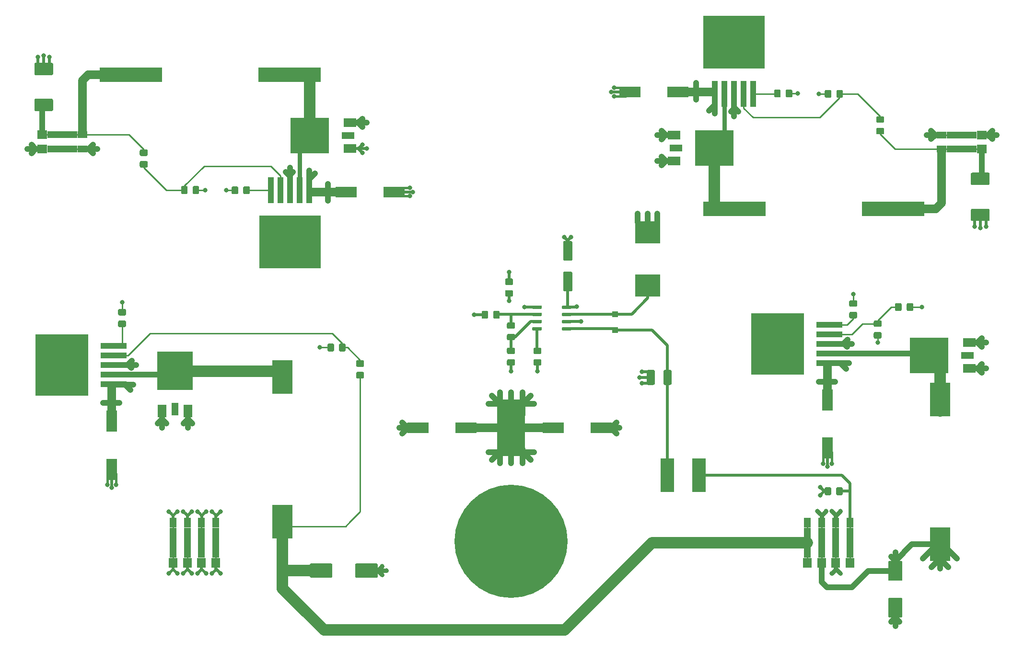
<source format=gbr>
G04 #@! TF.GenerationSoftware,KiCad,Pcbnew,(5.1.5)-3*
G04 #@! TF.CreationDate,2020-05-22T15:31:26-05:00*
G04 #@! TF.ProjectId,Power_Board,506f7765-725f-4426-9f61-72642e6b6963,rev?*
G04 #@! TF.SameCoordinates,Original*
G04 #@! TF.FileFunction,Copper,L1,Top*
G04 #@! TF.FilePolarity,Positive*
%FSLAX46Y46*%
G04 Gerber Fmt 4.6, Leading zero omitted, Abs format (unit mm)*
G04 Created by KiCad (PCBNEW (5.1.5)-3) date 2020-05-22 15:31:26*
%MOMM*%
%LPD*%
G04 APERTURE LIST*
%ADD10R,1.905000X3.708400*%
%ADD11R,9.400000X10.800000*%
%ADD12R,4.600000X1.100000*%
%ADD13R,2.300000X1.500000*%
%ADD14R,2.200000X1.200000*%
%ADD15R,6.800000X6.300000*%
%ADD16R,6.300000X6.800000*%
%ADD17R,1.500000X2.300000*%
%ADD18R,1.200000X2.200000*%
%ADD19R,5.300000X1.200000*%
%ADD20R,1.800000X1.200000*%
%ADD21R,1.800000X1.500000*%
%ADD22C,0.100000*%
%ADD23R,3.708400X1.905000*%
%ADD24R,11.000000X2.500000*%
%ADD25R,1.100000X4.600000*%
%ADD26R,10.800000X9.400000*%
%ADD27R,1.200000X5.300000*%
%ADD28R,1.200000X1.800000*%
%ADD29R,1.500000X1.800000*%
%ADD30R,3.600000X6.000000*%
%ADD31R,2.450000X5.900000*%
%ADD32R,4.500000X4.000000*%
%ADD33C,20.000000*%
%ADD34C,1.100000*%
%ADD35R,5.000000X10.000000*%
%ADD36R,1.100000X1.100000*%
%ADD37C,0.800000*%
%ADD38C,1.000000*%
%ADD39C,0.250000*%
%ADD40C,0.500000*%
%ADD41C,0.400000*%
%ADD42C,1.500000*%
%ADD43C,0.750000*%
%ADD44C,2.000000*%
G04 APERTURE END LIST*
D10*
X204937360Y-109538760D03*
X204937360Y-118047760D03*
D11*
X196113540Y-99633260D03*
D12*
X205263540Y-96233260D03*
X205263540Y-97933260D03*
X205263540Y-99633260D03*
X205263540Y-101333260D03*
X205263540Y-103033260D03*
D13*
X230045860Y-103978300D03*
D14*
X229695860Y-101698300D03*
D13*
X230045860Y-99418300D03*
D15*
X222910860Y-101698300D03*
D16*
X89697040Y-104386840D03*
D17*
X91977040Y-111521840D03*
D18*
X89697040Y-111171840D03*
D17*
X87417040Y-111521840D03*
D10*
X78533740Y-113317520D03*
X78533740Y-121826520D03*
D12*
X78860440Y-106811520D03*
X78860440Y-105111520D03*
X78860440Y-103411520D03*
X78860440Y-101711520D03*
X78860440Y-100011520D03*
D11*
X69710440Y-103411520D03*
D19*
X228645140Y-62707520D03*
X228645140Y-65207520D03*
D20*
X225095140Y-62707520D03*
X225095140Y-65207520D03*
D21*
X232195140Y-65207520D03*
X232195140Y-62707520D03*
G04 #@! TA.AperFunction,SMDPad,CuDef*
D22*
G36*
X214738745Y-61456924D02*
G01*
X214763013Y-61460524D01*
X214786812Y-61466485D01*
X214809911Y-61474750D01*
X214832090Y-61485240D01*
X214853133Y-61497852D01*
X214872839Y-61512467D01*
X214891017Y-61528943D01*
X214907493Y-61547121D01*
X214922108Y-61566827D01*
X214934720Y-61587870D01*
X214945210Y-61610049D01*
X214953475Y-61633148D01*
X214959436Y-61656947D01*
X214963036Y-61681215D01*
X214964240Y-61705719D01*
X214964240Y-62355721D01*
X214963036Y-62380225D01*
X214959436Y-62404493D01*
X214953475Y-62428292D01*
X214945210Y-62451391D01*
X214934720Y-62473570D01*
X214922108Y-62494613D01*
X214907493Y-62514319D01*
X214891017Y-62532497D01*
X214872839Y-62548973D01*
X214853133Y-62563588D01*
X214832090Y-62576200D01*
X214809911Y-62586690D01*
X214786812Y-62594955D01*
X214763013Y-62600916D01*
X214738745Y-62604516D01*
X214714241Y-62605720D01*
X213814239Y-62605720D01*
X213789735Y-62604516D01*
X213765467Y-62600916D01*
X213741668Y-62594955D01*
X213718569Y-62586690D01*
X213696390Y-62576200D01*
X213675347Y-62563588D01*
X213655641Y-62548973D01*
X213637463Y-62532497D01*
X213620987Y-62514319D01*
X213606372Y-62494613D01*
X213593760Y-62473570D01*
X213583270Y-62451391D01*
X213575005Y-62428292D01*
X213569044Y-62404493D01*
X213565444Y-62380225D01*
X213564240Y-62355721D01*
X213564240Y-61705719D01*
X213565444Y-61681215D01*
X213569044Y-61656947D01*
X213575005Y-61633148D01*
X213583270Y-61610049D01*
X213593760Y-61587870D01*
X213606372Y-61566827D01*
X213620987Y-61547121D01*
X213637463Y-61528943D01*
X213655641Y-61512467D01*
X213675347Y-61497852D01*
X213696390Y-61485240D01*
X213718569Y-61474750D01*
X213741668Y-61466485D01*
X213765467Y-61460524D01*
X213789735Y-61456924D01*
X213814239Y-61455720D01*
X214714241Y-61455720D01*
X214738745Y-61456924D01*
G37*
G04 #@! TD.AperFunction*
G04 #@! TA.AperFunction,SMDPad,CuDef*
G36*
X214738745Y-59406924D02*
G01*
X214763013Y-59410524D01*
X214786812Y-59416485D01*
X214809911Y-59424750D01*
X214832090Y-59435240D01*
X214853133Y-59447852D01*
X214872839Y-59462467D01*
X214891017Y-59478943D01*
X214907493Y-59497121D01*
X214922108Y-59516827D01*
X214934720Y-59537870D01*
X214945210Y-59560049D01*
X214953475Y-59583148D01*
X214959436Y-59606947D01*
X214963036Y-59631215D01*
X214964240Y-59655719D01*
X214964240Y-60305721D01*
X214963036Y-60330225D01*
X214959436Y-60354493D01*
X214953475Y-60378292D01*
X214945210Y-60401391D01*
X214934720Y-60423570D01*
X214922108Y-60444613D01*
X214907493Y-60464319D01*
X214891017Y-60482497D01*
X214872839Y-60498973D01*
X214853133Y-60513588D01*
X214832090Y-60526200D01*
X214809911Y-60536690D01*
X214786812Y-60544955D01*
X214763013Y-60550916D01*
X214738745Y-60554516D01*
X214714241Y-60555720D01*
X213814239Y-60555720D01*
X213789735Y-60554516D01*
X213765467Y-60550916D01*
X213741668Y-60544955D01*
X213718569Y-60536690D01*
X213696390Y-60526200D01*
X213675347Y-60513588D01*
X213655641Y-60498973D01*
X213637463Y-60482497D01*
X213620987Y-60464319D01*
X213606372Y-60444613D01*
X213593760Y-60423570D01*
X213583270Y-60401391D01*
X213575005Y-60378292D01*
X213569044Y-60354493D01*
X213565444Y-60330225D01*
X213564240Y-60305721D01*
X213564240Y-59655719D01*
X213565444Y-59631215D01*
X213569044Y-59606947D01*
X213575005Y-59583148D01*
X213583270Y-59560049D01*
X213593760Y-59537870D01*
X213606372Y-59516827D01*
X213620987Y-59497121D01*
X213637463Y-59478943D01*
X213655641Y-59462467D01*
X213675347Y-59447852D01*
X213696390Y-59435240D01*
X213718569Y-59424750D01*
X213741668Y-59416485D01*
X213765467Y-59410524D01*
X213789735Y-59406924D01*
X213814239Y-59405720D01*
X214714241Y-59405720D01*
X214738745Y-59406924D01*
G37*
G04 #@! TD.AperFunction*
D23*
X178539140Y-55100220D03*
X170030140Y-55100220D03*
G04 #@! TA.AperFunction,SMDPad,CuDef*
D22*
G36*
X233354643Y-69381124D02*
G01*
X233378912Y-69384724D01*
X233402710Y-69390685D01*
X233425810Y-69398950D01*
X233447989Y-69409440D01*
X233469032Y-69422053D01*
X233488738Y-69436668D01*
X233506916Y-69453144D01*
X233523392Y-69471322D01*
X233538007Y-69491028D01*
X233550620Y-69512071D01*
X233561110Y-69534250D01*
X233569375Y-69557350D01*
X233575336Y-69581148D01*
X233578936Y-69605417D01*
X233580140Y-69629921D01*
X233580140Y-71304919D01*
X233578936Y-71329423D01*
X233575336Y-71353692D01*
X233569375Y-71377490D01*
X233561110Y-71400590D01*
X233550620Y-71422769D01*
X233538007Y-71443812D01*
X233523392Y-71463518D01*
X233506916Y-71481696D01*
X233488738Y-71498172D01*
X233469032Y-71512787D01*
X233447989Y-71525400D01*
X233425810Y-71535890D01*
X233402710Y-71544155D01*
X233378912Y-71550116D01*
X233354643Y-71553716D01*
X233330139Y-71554920D01*
X230530141Y-71554920D01*
X230505637Y-71553716D01*
X230481368Y-71550116D01*
X230457570Y-71544155D01*
X230434470Y-71535890D01*
X230412291Y-71525400D01*
X230391248Y-71512787D01*
X230371542Y-71498172D01*
X230353364Y-71481696D01*
X230336888Y-71463518D01*
X230322273Y-71443812D01*
X230309660Y-71422769D01*
X230299170Y-71400590D01*
X230290905Y-71377490D01*
X230284944Y-71353692D01*
X230281344Y-71329423D01*
X230280140Y-71304919D01*
X230280140Y-69629921D01*
X230281344Y-69605417D01*
X230284944Y-69581148D01*
X230290905Y-69557350D01*
X230299170Y-69534250D01*
X230309660Y-69512071D01*
X230322273Y-69491028D01*
X230336888Y-69471322D01*
X230353364Y-69453144D01*
X230371542Y-69436668D01*
X230391248Y-69422053D01*
X230412291Y-69409440D01*
X230434470Y-69398950D01*
X230457570Y-69390685D01*
X230481368Y-69384724D01*
X230505637Y-69381124D01*
X230530141Y-69379920D01*
X233330139Y-69379920D01*
X233354643Y-69381124D01*
G37*
G04 #@! TD.AperFunction*
G04 #@! TA.AperFunction,SMDPad,CuDef*
G36*
X233354643Y-75756124D02*
G01*
X233378912Y-75759724D01*
X233402710Y-75765685D01*
X233425810Y-75773950D01*
X233447989Y-75784440D01*
X233469032Y-75797053D01*
X233488738Y-75811668D01*
X233506916Y-75828144D01*
X233523392Y-75846322D01*
X233538007Y-75866028D01*
X233550620Y-75887071D01*
X233561110Y-75909250D01*
X233569375Y-75932350D01*
X233575336Y-75956148D01*
X233578936Y-75980417D01*
X233580140Y-76004921D01*
X233580140Y-77679919D01*
X233578936Y-77704423D01*
X233575336Y-77728692D01*
X233569375Y-77752490D01*
X233561110Y-77775590D01*
X233550620Y-77797769D01*
X233538007Y-77818812D01*
X233523392Y-77838518D01*
X233506916Y-77856696D01*
X233488738Y-77873172D01*
X233469032Y-77887787D01*
X233447989Y-77900400D01*
X233425810Y-77910890D01*
X233402710Y-77919155D01*
X233378912Y-77925116D01*
X233354643Y-77928716D01*
X233330139Y-77929920D01*
X230530141Y-77929920D01*
X230505637Y-77928716D01*
X230481368Y-77925116D01*
X230457570Y-77919155D01*
X230434470Y-77910890D01*
X230412291Y-77900400D01*
X230391248Y-77887787D01*
X230371542Y-77873172D01*
X230353364Y-77856696D01*
X230336888Y-77838518D01*
X230322273Y-77818812D01*
X230309660Y-77797769D01*
X230299170Y-77775590D01*
X230290905Y-77752490D01*
X230284944Y-77728692D01*
X230281344Y-77704423D01*
X230280140Y-77679919D01*
X230280140Y-76004921D01*
X230281344Y-75980417D01*
X230284944Y-75956148D01*
X230290905Y-75932350D01*
X230299170Y-75909250D01*
X230309660Y-75887071D01*
X230322273Y-75866028D01*
X230336888Y-75846322D01*
X230353364Y-75828144D01*
X230371542Y-75811668D01*
X230391248Y-75797053D01*
X230412291Y-75784440D01*
X230434470Y-75773950D01*
X230457570Y-75765685D01*
X230481368Y-75759724D01*
X230505637Y-75756124D01*
X230530141Y-75754920D01*
X233330139Y-75754920D01*
X233354643Y-75756124D01*
G37*
G04 #@! TD.AperFunction*
D24*
X188504040Y-75813920D03*
X216504040Y-75813920D03*
D15*
X184946840Y-65031620D03*
D13*
X177811840Y-67311620D03*
D14*
X178161840Y-65031620D03*
D13*
X177811840Y-62751620D03*
D25*
X185045140Y-55426920D03*
X186745140Y-55426920D03*
X188445140Y-55426920D03*
X190145140Y-55426920D03*
X191845140Y-55426920D03*
D26*
X188445140Y-46276920D03*
G04 #@! TA.AperFunction,SMDPad,CuDef*
D22*
G36*
X198506445Y-54693524D02*
G01*
X198530713Y-54697124D01*
X198554512Y-54703085D01*
X198577611Y-54711350D01*
X198599790Y-54721840D01*
X198620833Y-54734452D01*
X198640539Y-54749067D01*
X198658717Y-54765543D01*
X198675193Y-54783721D01*
X198689808Y-54803427D01*
X198702420Y-54824470D01*
X198712910Y-54846649D01*
X198721175Y-54869748D01*
X198727136Y-54893547D01*
X198730736Y-54917815D01*
X198731940Y-54942319D01*
X198731940Y-55842321D01*
X198730736Y-55866825D01*
X198727136Y-55891093D01*
X198721175Y-55914892D01*
X198712910Y-55937991D01*
X198702420Y-55960170D01*
X198689808Y-55981213D01*
X198675193Y-56000919D01*
X198658717Y-56019097D01*
X198640539Y-56035573D01*
X198620833Y-56050188D01*
X198599790Y-56062800D01*
X198577611Y-56073290D01*
X198554512Y-56081555D01*
X198530713Y-56087516D01*
X198506445Y-56091116D01*
X198481941Y-56092320D01*
X197831939Y-56092320D01*
X197807435Y-56091116D01*
X197783167Y-56087516D01*
X197759368Y-56081555D01*
X197736269Y-56073290D01*
X197714090Y-56062800D01*
X197693047Y-56050188D01*
X197673341Y-56035573D01*
X197655163Y-56019097D01*
X197638687Y-56000919D01*
X197624072Y-55981213D01*
X197611460Y-55960170D01*
X197600970Y-55937991D01*
X197592705Y-55914892D01*
X197586744Y-55891093D01*
X197583144Y-55866825D01*
X197581940Y-55842321D01*
X197581940Y-54942319D01*
X197583144Y-54917815D01*
X197586744Y-54893547D01*
X197592705Y-54869748D01*
X197600970Y-54846649D01*
X197611460Y-54824470D01*
X197624072Y-54803427D01*
X197638687Y-54783721D01*
X197655163Y-54765543D01*
X197673341Y-54749067D01*
X197693047Y-54734452D01*
X197714090Y-54721840D01*
X197736269Y-54711350D01*
X197759368Y-54703085D01*
X197783167Y-54697124D01*
X197807435Y-54693524D01*
X197831939Y-54692320D01*
X198481941Y-54692320D01*
X198506445Y-54693524D01*
G37*
G04 #@! TD.AperFunction*
G04 #@! TA.AperFunction,SMDPad,CuDef*
G36*
X196456445Y-54693524D02*
G01*
X196480713Y-54697124D01*
X196504512Y-54703085D01*
X196527611Y-54711350D01*
X196549790Y-54721840D01*
X196570833Y-54734452D01*
X196590539Y-54749067D01*
X196608717Y-54765543D01*
X196625193Y-54783721D01*
X196639808Y-54803427D01*
X196652420Y-54824470D01*
X196662910Y-54846649D01*
X196671175Y-54869748D01*
X196677136Y-54893547D01*
X196680736Y-54917815D01*
X196681940Y-54942319D01*
X196681940Y-55842321D01*
X196680736Y-55866825D01*
X196677136Y-55891093D01*
X196671175Y-55914892D01*
X196662910Y-55937991D01*
X196652420Y-55960170D01*
X196639808Y-55981213D01*
X196625193Y-56000919D01*
X196608717Y-56019097D01*
X196590539Y-56035573D01*
X196570833Y-56050188D01*
X196549790Y-56062800D01*
X196527611Y-56073290D01*
X196504512Y-56081555D01*
X196480713Y-56087516D01*
X196456445Y-56091116D01*
X196431941Y-56092320D01*
X195781939Y-56092320D01*
X195757435Y-56091116D01*
X195733167Y-56087516D01*
X195709368Y-56081555D01*
X195686269Y-56073290D01*
X195664090Y-56062800D01*
X195643047Y-56050188D01*
X195623341Y-56035573D01*
X195605163Y-56019097D01*
X195588687Y-56000919D01*
X195574072Y-55981213D01*
X195561460Y-55960170D01*
X195550970Y-55937991D01*
X195542705Y-55914892D01*
X195536744Y-55891093D01*
X195533144Y-55866825D01*
X195531940Y-55842321D01*
X195531940Y-54942319D01*
X195533144Y-54917815D01*
X195536744Y-54893547D01*
X195542705Y-54869748D01*
X195550970Y-54846649D01*
X195561460Y-54824470D01*
X195574072Y-54803427D01*
X195588687Y-54783721D01*
X195605163Y-54765543D01*
X195623341Y-54749067D01*
X195643047Y-54734452D01*
X195664090Y-54721840D01*
X195686269Y-54711350D01*
X195709368Y-54703085D01*
X195733167Y-54697124D01*
X195757435Y-54693524D01*
X195781939Y-54692320D01*
X196431941Y-54692320D01*
X196456445Y-54693524D01*
G37*
G04 #@! TD.AperFunction*
G04 #@! TA.AperFunction,SMDPad,CuDef*
G36*
X205397245Y-54744324D02*
G01*
X205421513Y-54747924D01*
X205445312Y-54753885D01*
X205468411Y-54762150D01*
X205490590Y-54772640D01*
X205511633Y-54785252D01*
X205531339Y-54799867D01*
X205549517Y-54816343D01*
X205565993Y-54834521D01*
X205580608Y-54854227D01*
X205593220Y-54875270D01*
X205603710Y-54897449D01*
X205611975Y-54920548D01*
X205617936Y-54944347D01*
X205621536Y-54968615D01*
X205622740Y-54993119D01*
X205622740Y-55893121D01*
X205621536Y-55917625D01*
X205617936Y-55941893D01*
X205611975Y-55965692D01*
X205603710Y-55988791D01*
X205593220Y-56010970D01*
X205580608Y-56032013D01*
X205565993Y-56051719D01*
X205549517Y-56069897D01*
X205531339Y-56086373D01*
X205511633Y-56100988D01*
X205490590Y-56113600D01*
X205468411Y-56124090D01*
X205445312Y-56132355D01*
X205421513Y-56138316D01*
X205397245Y-56141916D01*
X205372741Y-56143120D01*
X204722739Y-56143120D01*
X204698235Y-56141916D01*
X204673967Y-56138316D01*
X204650168Y-56132355D01*
X204627069Y-56124090D01*
X204604890Y-56113600D01*
X204583847Y-56100988D01*
X204564141Y-56086373D01*
X204545963Y-56069897D01*
X204529487Y-56051719D01*
X204514872Y-56032013D01*
X204502260Y-56010970D01*
X204491770Y-55988791D01*
X204483505Y-55965692D01*
X204477544Y-55941893D01*
X204473944Y-55917625D01*
X204472740Y-55893121D01*
X204472740Y-54993119D01*
X204473944Y-54968615D01*
X204477544Y-54944347D01*
X204483505Y-54920548D01*
X204491770Y-54897449D01*
X204502260Y-54875270D01*
X204514872Y-54854227D01*
X204529487Y-54834521D01*
X204545963Y-54816343D01*
X204564141Y-54799867D01*
X204583847Y-54785252D01*
X204604890Y-54772640D01*
X204627069Y-54762150D01*
X204650168Y-54753885D01*
X204673967Y-54747924D01*
X204698235Y-54744324D01*
X204722739Y-54743120D01*
X205372741Y-54743120D01*
X205397245Y-54744324D01*
G37*
G04 #@! TD.AperFunction*
G04 #@! TA.AperFunction,SMDPad,CuDef*
G36*
X207447245Y-54744324D02*
G01*
X207471513Y-54747924D01*
X207495312Y-54753885D01*
X207518411Y-54762150D01*
X207540590Y-54772640D01*
X207561633Y-54785252D01*
X207581339Y-54799867D01*
X207599517Y-54816343D01*
X207615993Y-54834521D01*
X207630608Y-54854227D01*
X207643220Y-54875270D01*
X207653710Y-54897449D01*
X207661975Y-54920548D01*
X207667936Y-54944347D01*
X207671536Y-54968615D01*
X207672740Y-54993119D01*
X207672740Y-55893121D01*
X207671536Y-55917625D01*
X207667936Y-55941893D01*
X207661975Y-55965692D01*
X207653710Y-55988791D01*
X207643220Y-56010970D01*
X207630608Y-56032013D01*
X207615993Y-56051719D01*
X207599517Y-56069897D01*
X207581339Y-56086373D01*
X207561633Y-56100988D01*
X207540590Y-56113600D01*
X207518411Y-56124090D01*
X207495312Y-56132355D01*
X207471513Y-56138316D01*
X207447245Y-56141916D01*
X207422741Y-56143120D01*
X206772739Y-56143120D01*
X206748235Y-56141916D01*
X206723967Y-56138316D01*
X206700168Y-56132355D01*
X206677069Y-56124090D01*
X206654890Y-56113600D01*
X206633847Y-56100988D01*
X206614141Y-56086373D01*
X206595963Y-56069897D01*
X206579487Y-56051719D01*
X206564872Y-56032013D01*
X206552260Y-56010970D01*
X206541770Y-55988791D01*
X206533505Y-55965692D01*
X206527544Y-55941893D01*
X206523944Y-55917625D01*
X206522740Y-55893121D01*
X206522740Y-54993119D01*
X206523944Y-54968615D01*
X206527544Y-54944347D01*
X206533505Y-54920548D01*
X206541770Y-54897449D01*
X206552260Y-54875270D01*
X206564872Y-54854227D01*
X206579487Y-54834521D01*
X206595963Y-54816343D01*
X206614141Y-54799867D01*
X206633847Y-54785252D01*
X206654890Y-54772640D01*
X206677069Y-54762150D01*
X206700168Y-54753885D01*
X206723967Y-54747924D01*
X206748235Y-54744324D01*
X206772739Y-54743120D01*
X207422741Y-54743120D01*
X207447245Y-54744324D01*
G37*
G04 #@! TD.AperFunction*
G04 #@! TA.AperFunction,SMDPad,CuDef*
G36*
X91704305Y-71742004D02*
G01*
X91728573Y-71745604D01*
X91752372Y-71751565D01*
X91775471Y-71759830D01*
X91797650Y-71770320D01*
X91818693Y-71782932D01*
X91838399Y-71797547D01*
X91856577Y-71814023D01*
X91873053Y-71832201D01*
X91887668Y-71851907D01*
X91900280Y-71872950D01*
X91910770Y-71895129D01*
X91919035Y-71918228D01*
X91924996Y-71942027D01*
X91928596Y-71966295D01*
X91929800Y-71990799D01*
X91929800Y-72890801D01*
X91928596Y-72915305D01*
X91924996Y-72939573D01*
X91919035Y-72963372D01*
X91910770Y-72986471D01*
X91900280Y-73008650D01*
X91887668Y-73029693D01*
X91873053Y-73049399D01*
X91856577Y-73067577D01*
X91838399Y-73084053D01*
X91818693Y-73098668D01*
X91797650Y-73111280D01*
X91775471Y-73121770D01*
X91752372Y-73130035D01*
X91728573Y-73135996D01*
X91704305Y-73139596D01*
X91679801Y-73140800D01*
X91029799Y-73140800D01*
X91005295Y-73139596D01*
X90981027Y-73135996D01*
X90957228Y-73130035D01*
X90934129Y-73121770D01*
X90911950Y-73111280D01*
X90890907Y-73098668D01*
X90871201Y-73084053D01*
X90853023Y-73067577D01*
X90836547Y-73049399D01*
X90821932Y-73029693D01*
X90809320Y-73008650D01*
X90798830Y-72986471D01*
X90790565Y-72963372D01*
X90784604Y-72939573D01*
X90781004Y-72915305D01*
X90779800Y-72890801D01*
X90779800Y-71990799D01*
X90781004Y-71966295D01*
X90784604Y-71942027D01*
X90790565Y-71918228D01*
X90798830Y-71895129D01*
X90809320Y-71872950D01*
X90821932Y-71851907D01*
X90836547Y-71832201D01*
X90853023Y-71814023D01*
X90871201Y-71797547D01*
X90890907Y-71782932D01*
X90911950Y-71770320D01*
X90934129Y-71759830D01*
X90957228Y-71751565D01*
X90981027Y-71745604D01*
X91005295Y-71742004D01*
X91029799Y-71740800D01*
X91679801Y-71740800D01*
X91704305Y-71742004D01*
G37*
G04 #@! TD.AperFunction*
G04 #@! TA.AperFunction,SMDPad,CuDef*
G36*
X93754305Y-71742004D02*
G01*
X93778573Y-71745604D01*
X93802372Y-71751565D01*
X93825471Y-71759830D01*
X93847650Y-71770320D01*
X93868693Y-71782932D01*
X93888399Y-71797547D01*
X93906577Y-71814023D01*
X93923053Y-71832201D01*
X93937668Y-71851907D01*
X93950280Y-71872950D01*
X93960770Y-71895129D01*
X93969035Y-71918228D01*
X93974996Y-71942027D01*
X93978596Y-71966295D01*
X93979800Y-71990799D01*
X93979800Y-72890801D01*
X93978596Y-72915305D01*
X93974996Y-72939573D01*
X93969035Y-72963372D01*
X93960770Y-72986471D01*
X93950280Y-73008650D01*
X93937668Y-73029693D01*
X93923053Y-73049399D01*
X93906577Y-73067577D01*
X93888399Y-73084053D01*
X93868693Y-73098668D01*
X93847650Y-73111280D01*
X93825471Y-73121770D01*
X93802372Y-73130035D01*
X93778573Y-73135996D01*
X93754305Y-73139596D01*
X93729801Y-73140800D01*
X93079799Y-73140800D01*
X93055295Y-73139596D01*
X93031027Y-73135996D01*
X93007228Y-73130035D01*
X92984129Y-73121770D01*
X92961950Y-73111280D01*
X92940907Y-73098668D01*
X92921201Y-73084053D01*
X92903023Y-73067577D01*
X92886547Y-73049399D01*
X92871932Y-73029693D01*
X92859320Y-73008650D01*
X92848830Y-72986471D01*
X92840565Y-72963372D01*
X92834604Y-72939573D01*
X92831004Y-72915305D01*
X92829800Y-72890801D01*
X92829800Y-71990799D01*
X92831004Y-71966295D01*
X92834604Y-71942027D01*
X92840565Y-71918228D01*
X92848830Y-71895129D01*
X92859320Y-71872950D01*
X92871932Y-71851907D01*
X92886547Y-71832201D01*
X92903023Y-71814023D01*
X92921201Y-71797547D01*
X92940907Y-71782932D01*
X92961950Y-71770320D01*
X92984129Y-71759830D01*
X93007228Y-71751565D01*
X93031027Y-71745604D01*
X93055295Y-71742004D01*
X93079799Y-71740800D01*
X93729801Y-71740800D01*
X93754305Y-71742004D01*
G37*
G04 #@! TD.AperFunction*
D19*
X69807400Y-65176400D03*
X69807400Y-62676400D03*
D20*
X73357400Y-65176400D03*
X73357400Y-62676400D03*
D21*
X66257400Y-62676400D03*
X66257400Y-65176400D03*
D27*
X96909800Y-134794400D03*
X94409800Y-134794400D03*
X91909800Y-134794400D03*
X89409800Y-134794400D03*
D28*
X96909800Y-131244400D03*
X94409800Y-131244400D03*
X91909800Y-131244400D03*
X89409800Y-131244400D03*
D29*
X96909800Y-138344400D03*
X94409800Y-138344400D03*
X91909800Y-138344400D03*
X89409800Y-138344400D03*
X201420200Y-138344400D03*
X203920200Y-138344400D03*
X206420200Y-138344400D03*
X208920200Y-138344400D03*
D28*
X201420200Y-131244400D03*
X203920200Y-131244400D03*
X206420200Y-131244400D03*
X208920200Y-131244400D03*
D27*
X201420200Y-134794400D03*
X203920200Y-134794400D03*
X206420200Y-134794400D03*
X208920200Y-134794400D03*
G04 #@! TA.AperFunction,SMDPad,CuDef*
D22*
G36*
X159579223Y-92843722D02*
G01*
X159593784Y-92845882D01*
X159608063Y-92849459D01*
X159621923Y-92854418D01*
X159635230Y-92860712D01*
X159647856Y-92868280D01*
X159659679Y-92877048D01*
X159670586Y-92886934D01*
X159680472Y-92897841D01*
X159689240Y-92909664D01*
X159696808Y-92922290D01*
X159703102Y-92935597D01*
X159708061Y-92949457D01*
X159711638Y-92963736D01*
X159713798Y-92978297D01*
X159714520Y-92993000D01*
X159714520Y-93293000D01*
X159713798Y-93307703D01*
X159711638Y-93322264D01*
X159708061Y-93336543D01*
X159703102Y-93350403D01*
X159696808Y-93363710D01*
X159689240Y-93376336D01*
X159680472Y-93388159D01*
X159670586Y-93399066D01*
X159659679Y-93408952D01*
X159647856Y-93417720D01*
X159635230Y-93425288D01*
X159621923Y-93431582D01*
X159608063Y-93436541D01*
X159593784Y-93440118D01*
X159579223Y-93442278D01*
X159564520Y-93443000D01*
X158214520Y-93443000D01*
X158199817Y-93442278D01*
X158185256Y-93440118D01*
X158170977Y-93436541D01*
X158157117Y-93431582D01*
X158143810Y-93425288D01*
X158131184Y-93417720D01*
X158119361Y-93408952D01*
X158108454Y-93399066D01*
X158098568Y-93388159D01*
X158089800Y-93376336D01*
X158082232Y-93363710D01*
X158075938Y-93350403D01*
X158070979Y-93336543D01*
X158067402Y-93322264D01*
X158065242Y-93307703D01*
X158064520Y-93293000D01*
X158064520Y-92993000D01*
X158065242Y-92978297D01*
X158067402Y-92963736D01*
X158070979Y-92949457D01*
X158075938Y-92935597D01*
X158082232Y-92922290D01*
X158089800Y-92909664D01*
X158098568Y-92897841D01*
X158108454Y-92886934D01*
X158119361Y-92877048D01*
X158131184Y-92868280D01*
X158143810Y-92860712D01*
X158157117Y-92854418D01*
X158170977Y-92849459D01*
X158185256Y-92845882D01*
X158199817Y-92843722D01*
X158214520Y-92843000D01*
X159564520Y-92843000D01*
X159579223Y-92843722D01*
G37*
G04 #@! TD.AperFunction*
G04 #@! TA.AperFunction,SMDPad,CuDef*
G36*
X159579223Y-94113722D02*
G01*
X159593784Y-94115882D01*
X159608063Y-94119459D01*
X159621923Y-94124418D01*
X159635230Y-94130712D01*
X159647856Y-94138280D01*
X159659679Y-94147048D01*
X159670586Y-94156934D01*
X159680472Y-94167841D01*
X159689240Y-94179664D01*
X159696808Y-94192290D01*
X159703102Y-94205597D01*
X159708061Y-94219457D01*
X159711638Y-94233736D01*
X159713798Y-94248297D01*
X159714520Y-94263000D01*
X159714520Y-94563000D01*
X159713798Y-94577703D01*
X159711638Y-94592264D01*
X159708061Y-94606543D01*
X159703102Y-94620403D01*
X159696808Y-94633710D01*
X159689240Y-94646336D01*
X159680472Y-94658159D01*
X159670586Y-94669066D01*
X159659679Y-94678952D01*
X159647856Y-94687720D01*
X159635230Y-94695288D01*
X159621923Y-94701582D01*
X159608063Y-94706541D01*
X159593784Y-94710118D01*
X159579223Y-94712278D01*
X159564520Y-94713000D01*
X158214520Y-94713000D01*
X158199817Y-94712278D01*
X158185256Y-94710118D01*
X158170977Y-94706541D01*
X158157117Y-94701582D01*
X158143810Y-94695288D01*
X158131184Y-94687720D01*
X158119361Y-94678952D01*
X158108454Y-94669066D01*
X158098568Y-94658159D01*
X158089800Y-94646336D01*
X158082232Y-94633710D01*
X158075938Y-94620403D01*
X158070979Y-94606543D01*
X158067402Y-94592264D01*
X158065242Y-94577703D01*
X158064520Y-94563000D01*
X158064520Y-94263000D01*
X158065242Y-94248297D01*
X158067402Y-94233736D01*
X158070979Y-94219457D01*
X158075938Y-94205597D01*
X158082232Y-94192290D01*
X158089800Y-94179664D01*
X158098568Y-94167841D01*
X158108454Y-94156934D01*
X158119361Y-94147048D01*
X158131184Y-94138280D01*
X158143810Y-94130712D01*
X158157117Y-94124418D01*
X158170977Y-94119459D01*
X158185256Y-94115882D01*
X158199817Y-94113722D01*
X158214520Y-94113000D01*
X159564520Y-94113000D01*
X159579223Y-94113722D01*
G37*
G04 #@! TD.AperFunction*
G04 #@! TA.AperFunction,SMDPad,CuDef*
G36*
X159579223Y-95383722D02*
G01*
X159593784Y-95385882D01*
X159608063Y-95389459D01*
X159621923Y-95394418D01*
X159635230Y-95400712D01*
X159647856Y-95408280D01*
X159659679Y-95417048D01*
X159670586Y-95426934D01*
X159680472Y-95437841D01*
X159689240Y-95449664D01*
X159696808Y-95462290D01*
X159703102Y-95475597D01*
X159708061Y-95489457D01*
X159711638Y-95503736D01*
X159713798Y-95518297D01*
X159714520Y-95533000D01*
X159714520Y-95833000D01*
X159713798Y-95847703D01*
X159711638Y-95862264D01*
X159708061Y-95876543D01*
X159703102Y-95890403D01*
X159696808Y-95903710D01*
X159689240Y-95916336D01*
X159680472Y-95928159D01*
X159670586Y-95939066D01*
X159659679Y-95948952D01*
X159647856Y-95957720D01*
X159635230Y-95965288D01*
X159621923Y-95971582D01*
X159608063Y-95976541D01*
X159593784Y-95980118D01*
X159579223Y-95982278D01*
X159564520Y-95983000D01*
X158214520Y-95983000D01*
X158199817Y-95982278D01*
X158185256Y-95980118D01*
X158170977Y-95976541D01*
X158157117Y-95971582D01*
X158143810Y-95965288D01*
X158131184Y-95957720D01*
X158119361Y-95948952D01*
X158108454Y-95939066D01*
X158098568Y-95928159D01*
X158089800Y-95916336D01*
X158082232Y-95903710D01*
X158075938Y-95890403D01*
X158070979Y-95876543D01*
X158067402Y-95862264D01*
X158065242Y-95847703D01*
X158064520Y-95833000D01*
X158064520Y-95533000D01*
X158065242Y-95518297D01*
X158067402Y-95503736D01*
X158070979Y-95489457D01*
X158075938Y-95475597D01*
X158082232Y-95462290D01*
X158089800Y-95449664D01*
X158098568Y-95437841D01*
X158108454Y-95426934D01*
X158119361Y-95417048D01*
X158131184Y-95408280D01*
X158143810Y-95400712D01*
X158157117Y-95394418D01*
X158170977Y-95389459D01*
X158185256Y-95385882D01*
X158199817Y-95383722D01*
X158214520Y-95383000D01*
X159564520Y-95383000D01*
X159579223Y-95383722D01*
G37*
G04 #@! TD.AperFunction*
G04 #@! TA.AperFunction,SMDPad,CuDef*
G36*
X159579223Y-96653722D02*
G01*
X159593784Y-96655882D01*
X159608063Y-96659459D01*
X159621923Y-96664418D01*
X159635230Y-96670712D01*
X159647856Y-96678280D01*
X159659679Y-96687048D01*
X159670586Y-96696934D01*
X159680472Y-96707841D01*
X159689240Y-96719664D01*
X159696808Y-96732290D01*
X159703102Y-96745597D01*
X159708061Y-96759457D01*
X159711638Y-96773736D01*
X159713798Y-96788297D01*
X159714520Y-96803000D01*
X159714520Y-97103000D01*
X159713798Y-97117703D01*
X159711638Y-97132264D01*
X159708061Y-97146543D01*
X159703102Y-97160403D01*
X159696808Y-97173710D01*
X159689240Y-97186336D01*
X159680472Y-97198159D01*
X159670586Y-97209066D01*
X159659679Y-97218952D01*
X159647856Y-97227720D01*
X159635230Y-97235288D01*
X159621923Y-97241582D01*
X159608063Y-97246541D01*
X159593784Y-97250118D01*
X159579223Y-97252278D01*
X159564520Y-97253000D01*
X158214520Y-97253000D01*
X158199817Y-97252278D01*
X158185256Y-97250118D01*
X158170977Y-97246541D01*
X158157117Y-97241582D01*
X158143810Y-97235288D01*
X158131184Y-97227720D01*
X158119361Y-97218952D01*
X158108454Y-97209066D01*
X158098568Y-97198159D01*
X158089800Y-97186336D01*
X158082232Y-97173710D01*
X158075938Y-97160403D01*
X158070979Y-97146543D01*
X158067402Y-97132264D01*
X158065242Y-97117703D01*
X158064520Y-97103000D01*
X158064520Y-96803000D01*
X158065242Y-96788297D01*
X158067402Y-96773736D01*
X158070979Y-96759457D01*
X158075938Y-96745597D01*
X158082232Y-96732290D01*
X158089800Y-96719664D01*
X158098568Y-96707841D01*
X158108454Y-96696934D01*
X158119361Y-96687048D01*
X158131184Y-96678280D01*
X158143810Y-96670712D01*
X158157117Y-96664418D01*
X158170977Y-96659459D01*
X158185256Y-96655882D01*
X158199817Y-96653722D01*
X158214520Y-96653000D01*
X159564520Y-96653000D01*
X159579223Y-96653722D01*
G37*
G04 #@! TD.AperFunction*
G04 #@! TA.AperFunction,SMDPad,CuDef*
G36*
X154329223Y-96653722D02*
G01*
X154343784Y-96655882D01*
X154358063Y-96659459D01*
X154371923Y-96664418D01*
X154385230Y-96670712D01*
X154397856Y-96678280D01*
X154409679Y-96687048D01*
X154420586Y-96696934D01*
X154430472Y-96707841D01*
X154439240Y-96719664D01*
X154446808Y-96732290D01*
X154453102Y-96745597D01*
X154458061Y-96759457D01*
X154461638Y-96773736D01*
X154463798Y-96788297D01*
X154464520Y-96803000D01*
X154464520Y-97103000D01*
X154463798Y-97117703D01*
X154461638Y-97132264D01*
X154458061Y-97146543D01*
X154453102Y-97160403D01*
X154446808Y-97173710D01*
X154439240Y-97186336D01*
X154430472Y-97198159D01*
X154420586Y-97209066D01*
X154409679Y-97218952D01*
X154397856Y-97227720D01*
X154385230Y-97235288D01*
X154371923Y-97241582D01*
X154358063Y-97246541D01*
X154343784Y-97250118D01*
X154329223Y-97252278D01*
X154314520Y-97253000D01*
X152964520Y-97253000D01*
X152949817Y-97252278D01*
X152935256Y-97250118D01*
X152920977Y-97246541D01*
X152907117Y-97241582D01*
X152893810Y-97235288D01*
X152881184Y-97227720D01*
X152869361Y-97218952D01*
X152858454Y-97209066D01*
X152848568Y-97198159D01*
X152839800Y-97186336D01*
X152832232Y-97173710D01*
X152825938Y-97160403D01*
X152820979Y-97146543D01*
X152817402Y-97132264D01*
X152815242Y-97117703D01*
X152814520Y-97103000D01*
X152814520Y-96803000D01*
X152815242Y-96788297D01*
X152817402Y-96773736D01*
X152820979Y-96759457D01*
X152825938Y-96745597D01*
X152832232Y-96732290D01*
X152839800Y-96719664D01*
X152848568Y-96707841D01*
X152858454Y-96696934D01*
X152869361Y-96687048D01*
X152881184Y-96678280D01*
X152893810Y-96670712D01*
X152907117Y-96664418D01*
X152920977Y-96659459D01*
X152935256Y-96655882D01*
X152949817Y-96653722D01*
X152964520Y-96653000D01*
X154314520Y-96653000D01*
X154329223Y-96653722D01*
G37*
G04 #@! TD.AperFunction*
G04 #@! TA.AperFunction,SMDPad,CuDef*
G36*
X154329223Y-95383722D02*
G01*
X154343784Y-95385882D01*
X154358063Y-95389459D01*
X154371923Y-95394418D01*
X154385230Y-95400712D01*
X154397856Y-95408280D01*
X154409679Y-95417048D01*
X154420586Y-95426934D01*
X154430472Y-95437841D01*
X154439240Y-95449664D01*
X154446808Y-95462290D01*
X154453102Y-95475597D01*
X154458061Y-95489457D01*
X154461638Y-95503736D01*
X154463798Y-95518297D01*
X154464520Y-95533000D01*
X154464520Y-95833000D01*
X154463798Y-95847703D01*
X154461638Y-95862264D01*
X154458061Y-95876543D01*
X154453102Y-95890403D01*
X154446808Y-95903710D01*
X154439240Y-95916336D01*
X154430472Y-95928159D01*
X154420586Y-95939066D01*
X154409679Y-95948952D01*
X154397856Y-95957720D01*
X154385230Y-95965288D01*
X154371923Y-95971582D01*
X154358063Y-95976541D01*
X154343784Y-95980118D01*
X154329223Y-95982278D01*
X154314520Y-95983000D01*
X152964520Y-95983000D01*
X152949817Y-95982278D01*
X152935256Y-95980118D01*
X152920977Y-95976541D01*
X152907117Y-95971582D01*
X152893810Y-95965288D01*
X152881184Y-95957720D01*
X152869361Y-95948952D01*
X152858454Y-95939066D01*
X152848568Y-95928159D01*
X152839800Y-95916336D01*
X152832232Y-95903710D01*
X152825938Y-95890403D01*
X152820979Y-95876543D01*
X152817402Y-95862264D01*
X152815242Y-95847703D01*
X152814520Y-95833000D01*
X152814520Y-95533000D01*
X152815242Y-95518297D01*
X152817402Y-95503736D01*
X152820979Y-95489457D01*
X152825938Y-95475597D01*
X152832232Y-95462290D01*
X152839800Y-95449664D01*
X152848568Y-95437841D01*
X152858454Y-95426934D01*
X152869361Y-95417048D01*
X152881184Y-95408280D01*
X152893810Y-95400712D01*
X152907117Y-95394418D01*
X152920977Y-95389459D01*
X152935256Y-95385882D01*
X152949817Y-95383722D01*
X152964520Y-95383000D01*
X154314520Y-95383000D01*
X154329223Y-95383722D01*
G37*
G04 #@! TD.AperFunction*
G04 #@! TA.AperFunction,SMDPad,CuDef*
G36*
X154329223Y-94113722D02*
G01*
X154343784Y-94115882D01*
X154358063Y-94119459D01*
X154371923Y-94124418D01*
X154385230Y-94130712D01*
X154397856Y-94138280D01*
X154409679Y-94147048D01*
X154420586Y-94156934D01*
X154430472Y-94167841D01*
X154439240Y-94179664D01*
X154446808Y-94192290D01*
X154453102Y-94205597D01*
X154458061Y-94219457D01*
X154461638Y-94233736D01*
X154463798Y-94248297D01*
X154464520Y-94263000D01*
X154464520Y-94563000D01*
X154463798Y-94577703D01*
X154461638Y-94592264D01*
X154458061Y-94606543D01*
X154453102Y-94620403D01*
X154446808Y-94633710D01*
X154439240Y-94646336D01*
X154430472Y-94658159D01*
X154420586Y-94669066D01*
X154409679Y-94678952D01*
X154397856Y-94687720D01*
X154385230Y-94695288D01*
X154371923Y-94701582D01*
X154358063Y-94706541D01*
X154343784Y-94710118D01*
X154329223Y-94712278D01*
X154314520Y-94713000D01*
X152964520Y-94713000D01*
X152949817Y-94712278D01*
X152935256Y-94710118D01*
X152920977Y-94706541D01*
X152907117Y-94701582D01*
X152893810Y-94695288D01*
X152881184Y-94687720D01*
X152869361Y-94678952D01*
X152858454Y-94669066D01*
X152848568Y-94658159D01*
X152839800Y-94646336D01*
X152832232Y-94633710D01*
X152825938Y-94620403D01*
X152820979Y-94606543D01*
X152817402Y-94592264D01*
X152815242Y-94577703D01*
X152814520Y-94563000D01*
X152814520Y-94263000D01*
X152815242Y-94248297D01*
X152817402Y-94233736D01*
X152820979Y-94219457D01*
X152825938Y-94205597D01*
X152832232Y-94192290D01*
X152839800Y-94179664D01*
X152848568Y-94167841D01*
X152858454Y-94156934D01*
X152869361Y-94147048D01*
X152881184Y-94138280D01*
X152893810Y-94130712D01*
X152907117Y-94124418D01*
X152920977Y-94119459D01*
X152935256Y-94115882D01*
X152949817Y-94113722D01*
X152964520Y-94113000D01*
X154314520Y-94113000D01*
X154329223Y-94113722D01*
G37*
G04 #@! TD.AperFunction*
G04 #@! TA.AperFunction,SMDPad,CuDef*
G36*
X154329223Y-92843722D02*
G01*
X154343784Y-92845882D01*
X154358063Y-92849459D01*
X154371923Y-92854418D01*
X154385230Y-92860712D01*
X154397856Y-92868280D01*
X154409679Y-92877048D01*
X154420586Y-92886934D01*
X154430472Y-92897841D01*
X154439240Y-92909664D01*
X154446808Y-92922290D01*
X154453102Y-92935597D01*
X154458061Y-92949457D01*
X154461638Y-92963736D01*
X154463798Y-92978297D01*
X154464520Y-92993000D01*
X154464520Y-93293000D01*
X154463798Y-93307703D01*
X154461638Y-93322264D01*
X154458061Y-93336543D01*
X154453102Y-93350403D01*
X154446808Y-93363710D01*
X154439240Y-93376336D01*
X154430472Y-93388159D01*
X154420586Y-93399066D01*
X154409679Y-93408952D01*
X154397856Y-93417720D01*
X154385230Y-93425288D01*
X154371923Y-93431582D01*
X154358063Y-93436541D01*
X154343784Y-93440118D01*
X154329223Y-93442278D01*
X154314520Y-93443000D01*
X152964520Y-93443000D01*
X152949817Y-93442278D01*
X152935256Y-93440118D01*
X152920977Y-93436541D01*
X152907117Y-93431582D01*
X152893810Y-93425288D01*
X152881184Y-93417720D01*
X152869361Y-93408952D01*
X152858454Y-93399066D01*
X152848568Y-93388159D01*
X152839800Y-93376336D01*
X152832232Y-93363710D01*
X152825938Y-93350403D01*
X152820979Y-93336543D01*
X152817402Y-93322264D01*
X152815242Y-93307703D01*
X152814520Y-93293000D01*
X152814520Y-92993000D01*
X152815242Y-92978297D01*
X152817402Y-92963736D01*
X152820979Y-92949457D01*
X152825938Y-92935597D01*
X152832232Y-92922290D01*
X152839800Y-92909664D01*
X152848568Y-92897841D01*
X152858454Y-92886934D01*
X152869361Y-92877048D01*
X152881184Y-92868280D01*
X152893810Y-92860712D01*
X152907117Y-92854418D01*
X152920977Y-92849459D01*
X152935256Y-92845882D01*
X152949817Y-92843722D01*
X152964520Y-92843000D01*
X154314520Y-92843000D01*
X154329223Y-92843722D01*
G37*
G04 #@! TD.AperFunction*
D26*
X110007400Y-81607000D03*
D25*
X106607400Y-72457000D03*
X108307400Y-72457000D03*
X110007400Y-72457000D03*
X111707400Y-72457000D03*
X113407400Y-72457000D03*
G04 #@! TA.AperFunction,SMDPad,CuDef*
D22*
G36*
X80844665Y-95523904D02*
G01*
X80868933Y-95527504D01*
X80892732Y-95533465D01*
X80915831Y-95541730D01*
X80938010Y-95552220D01*
X80959053Y-95564832D01*
X80978759Y-95579447D01*
X80996937Y-95595923D01*
X81013413Y-95614101D01*
X81028028Y-95633807D01*
X81040640Y-95654850D01*
X81051130Y-95677029D01*
X81059395Y-95700128D01*
X81065356Y-95723927D01*
X81068956Y-95748195D01*
X81070160Y-95772699D01*
X81070160Y-96422701D01*
X81068956Y-96447205D01*
X81065356Y-96471473D01*
X81059395Y-96495272D01*
X81051130Y-96518371D01*
X81040640Y-96540550D01*
X81028028Y-96561593D01*
X81013413Y-96581299D01*
X80996937Y-96599477D01*
X80978759Y-96615953D01*
X80959053Y-96630568D01*
X80938010Y-96643180D01*
X80915831Y-96653670D01*
X80892732Y-96661935D01*
X80868933Y-96667896D01*
X80844665Y-96671496D01*
X80820161Y-96672700D01*
X79920159Y-96672700D01*
X79895655Y-96671496D01*
X79871387Y-96667896D01*
X79847588Y-96661935D01*
X79824489Y-96653670D01*
X79802310Y-96643180D01*
X79781267Y-96630568D01*
X79761561Y-96615953D01*
X79743383Y-96599477D01*
X79726907Y-96581299D01*
X79712292Y-96561593D01*
X79699680Y-96540550D01*
X79689190Y-96518371D01*
X79680925Y-96495272D01*
X79674964Y-96471473D01*
X79671364Y-96447205D01*
X79670160Y-96422701D01*
X79670160Y-95772699D01*
X79671364Y-95748195D01*
X79674964Y-95723927D01*
X79680925Y-95700128D01*
X79689190Y-95677029D01*
X79699680Y-95654850D01*
X79712292Y-95633807D01*
X79726907Y-95614101D01*
X79743383Y-95595923D01*
X79761561Y-95579447D01*
X79781267Y-95564832D01*
X79802310Y-95552220D01*
X79824489Y-95541730D01*
X79847588Y-95533465D01*
X79871387Y-95527504D01*
X79895655Y-95523904D01*
X79920159Y-95522700D01*
X80820161Y-95522700D01*
X80844665Y-95523904D01*
G37*
G04 #@! TD.AperFunction*
G04 #@! TA.AperFunction,SMDPad,CuDef*
G36*
X80844665Y-93473904D02*
G01*
X80868933Y-93477504D01*
X80892732Y-93483465D01*
X80915831Y-93491730D01*
X80938010Y-93502220D01*
X80959053Y-93514832D01*
X80978759Y-93529447D01*
X80996937Y-93545923D01*
X81013413Y-93564101D01*
X81028028Y-93583807D01*
X81040640Y-93604850D01*
X81051130Y-93627029D01*
X81059395Y-93650128D01*
X81065356Y-93673927D01*
X81068956Y-93698195D01*
X81070160Y-93722699D01*
X81070160Y-94372701D01*
X81068956Y-94397205D01*
X81065356Y-94421473D01*
X81059395Y-94445272D01*
X81051130Y-94468371D01*
X81040640Y-94490550D01*
X81028028Y-94511593D01*
X81013413Y-94531299D01*
X80996937Y-94549477D01*
X80978759Y-94565953D01*
X80959053Y-94580568D01*
X80938010Y-94593180D01*
X80915831Y-94603670D01*
X80892732Y-94611935D01*
X80868933Y-94617896D01*
X80844665Y-94621496D01*
X80820161Y-94622700D01*
X79920159Y-94622700D01*
X79895655Y-94621496D01*
X79871387Y-94617896D01*
X79847588Y-94611935D01*
X79824489Y-94603670D01*
X79802310Y-94593180D01*
X79781267Y-94580568D01*
X79761561Y-94565953D01*
X79743383Y-94549477D01*
X79726907Y-94531299D01*
X79712292Y-94511593D01*
X79699680Y-94490550D01*
X79689190Y-94468371D01*
X79680925Y-94445272D01*
X79674964Y-94421473D01*
X79671364Y-94397205D01*
X79670160Y-94372701D01*
X79670160Y-93722699D01*
X79671364Y-93698195D01*
X79674964Y-93673927D01*
X79680925Y-93650128D01*
X79689190Y-93627029D01*
X79699680Y-93604850D01*
X79712292Y-93583807D01*
X79726907Y-93564101D01*
X79743383Y-93545923D01*
X79761561Y-93529447D01*
X79781267Y-93514832D01*
X79802310Y-93502220D01*
X79824489Y-93491730D01*
X79847588Y-93483465D01*
X79871387Y-93477504D01*
X79895655Y-93473904D01*
X79920159Y-93472700D01*
X80820161Y-93472700D01*
X80844665Y-93473904D01*
G37*
G04 #@! TD.AperFunction*
G04 #@! TA.AperFunction,SMDPad,CuDef*
G36*
X149516625Y-102344464D02*
G01*
X149540893Y-102348064D01*
X149564692Y-102354025D01*
X149587791Y-102362290D01*
X149609970Y-102372780D01*
X149631013Y-102385392D01*
X149650719Y-102400007D01*
X149668897Y-102416483D01*
X149685373Y-102434661D01*
X149699988Y-102454367D01*
X149712600Y-102475410D01*
X149723090Y-102497589D01*
X149731355Y-102520688D01*
X149737316Y-102544487D01*
X149740916Y-102568755D01*
X149742120Y-102593259D01*
X149742120Y-103243261D01*
X149740916Y-103267765D01*
X149737316Y-103292033D01*
X149731355Y-103315832D01*
X149723090Y-103338931D01*
X149712600Y-103361110D01*
X149699988Y-103382153D01*
X149685373Y-103401859D01*
X149668897Y-103420037D01*
X149650719Y-103436513D01*
X149631013Y-103451128D01*
X149609970Y-103463740D01*
X149587791Y-103474230D01*
X149564692Y-103482495D01*
X149540893Y-103488456D01*
X149516625Y-103492056D01*
X149492121Y-103493260D01*
X148592119Y-103493260D01*
X148567615Y-103492056D01*
X148543347Y-103488456D01*
X148519548Y-103482495D01*
X148496449Y-103474230D01*
X148474270Y-103463740D01*
X148453227Y-103451128D01*
X148433521Y-103436513D01*
X148415343Y-103420037D01*
X148398867Y-103401859D01*
X148384252Y-103382153D01*
X148371640Y-103361110D01*
X148361150Y-103338931D01*
X148352885Y-103315832D01*
X148346924Y-103292033D01*
X148343324Y-103267765D01*
X148342120Y-103243261D01*
X148342120Y-102593259D01*
X148343324Y-102568755D01*
X148346924Y-102544487D01*
X148352885Y-102520688D01*
X148361150Y-102497589D01*
X148371640Y-102475410D01*
X148384252Y-102454367D01*
X148398867Y-102434661D01*
X148415343Y-102416483D01*
X148433521Y-102400007D01*
X148453227Y-102385392D01*
X148474270Y-102372780D01*
X148496449Y-102362290D01*
X148519548Y-102354025D01*
X148543347Y-102348064D01*
X148567615Y-102344464D01*
X148592119Y-102343260D01*
X149492121Y-102343260D01*
X149516625Y-102344464D01*
G37*
G04 #@! TD.AperFunction*
G04 #@! TA.AperFunction,SMDPad,CuDef*
G36*
X149516625Y-100294464D02*
G01*
X149540893Y-100298064D01*
X149564692Y-100304025D01*
X149587791Y-100312290D01*
X149609970Y-100322780D01*
X149631013Y-100335392D01*
X149650719Y-100350007D01*
X149668897Y-100366483D01*
X149685373Y-100384661D01*
X149699988Y-100404367D01*
X149712600Y-100425410D01*
X149723090Y-100447589D01*
X149731355Y-100470688D01*
X149737316Y-100494487D01*
X149740916Y-100518755D01*
X149742120Y-100543259D01*
X149742120Y-101193261D01*
X149740916Y-101217765D01*
X149737316Y-101242033D01*
X149731355Y-101265832D01*
X149723090Y-101288931D01*
X149712600Y-101311110D01*
X149699988Y-101332153D01*
X149685373Y-101351859D01*
X149668897Y-101370037D01*
X149650719Y-101386513D01*
X149631013Y-101401128D01*
X149609970Y-101413740D01*
X149587791Y-101424230D01*
X149564692Y-101432495D01*
X149540893Y-101438456D01*
X149516625Y-101442056D01*
X149492121Y-101443260D01*
X148592119Y-101443260D01*
X148567615Y-101442056D01*
X148543347Y-101438456D01*
X148519548Y-101432495D01*
X148496449Y-101424230D01*
X148474270Y-101413740D01*
X148453227Y-101401128D01*
X148433521Y-101386513D01*
X148415343Y-101370037D01*
X148398867Y-101351859D01*
X148384252Y-101332153D01*
X148371640Y-101311110D01*
X148361150Y-101288931D01*
X148352885Y-101265832D01*
X148346924Y-101242033D01*
X148343324Y-101217765D01*
X148342120Y-101193261D01*
X148342120Y-100543259D01*
X148343324Y-100518755D01*
X148346924Y-100494487D01*
X148352885Y-100470688D01*
X148361150Y-100447589D01*
X148371640Y-100425410D01*
X148384252Y-100404367D01*
X148398867Y-100384661D01*
X148415343Y-100366483D01*
X148433521Y-100350007D01*
X148453227Y-100335392D01*
X148474270Y-100322780D01*
X148496449Y-100312290D01*
X148519548Y-100304025D01*
X148543347Y-100298064D01*
X148567615Y-100294464D01*
X148592119Y-100293260D01*
X149492121Y-100293260D01*
X149516625Y-100294464D01*
G37*
G04 #@! TD.AperFunction*
G04 #@! TA.AperFunction,SMDPad,CuDef*
G36*
X209966085Y-93981624D02*
G01*
X209990353Y-93985224D01*
X210014152Y-93991185D01*
X210037251Y-93999450D01*
X210059430Y-94009940D01*
X210080473Y-94022552D01*
X210100179Y-94037167D01*
X210118357Y-94053643D01*
X210134833Y-94071821D01*
X210149448Y-94091527D01*
X210162060Y-94112570D01*
X210172550Y-94134749D01*
X210180815Y-94157848D01*
X210186776Y-94181647D01*
X210190376Y-94205915D01*
X210191580Y-94230419D01*
X210191580Y-94880421D01*
X210190376Y-94904925D01*
X210186776Y-94929193D01*
X210180815Y-94952992D01*
X210172550Y-94976091D01*
X210162060Y-94998270D01*
X210149448Y-95019313D01*
X210134833Y-95039019D01*
X210118357Y-95057197D01*
X210100179Y-95073673D01*
X210080473Y-95088288D01*
X210059430Y-95100900D01*
X210037251Y-95111390D01*
X210014152Y-95119655D01*
X209990353Y-95125616D01*
X209966085Y-95129216D01*
X209941581Y-95130420D01*
X209041579Y-95130420D01*
X209017075Y-95129216D01*
X208992807Y-95125616D01*
X208969008Y-95119655D01*
X208945909Y-95111390D01*
X208923730Y-95100900D01*
X208902687Y-95088288D01*
X208882981Y-95073673D01*
X208864803Y-95057197D01*
X208848327Y-95039019D01*
X208833712Y-95019313D01*
X208821100Y-94998270D01*
X208810610Y-94976091D01*
X208802345Y-94952992D01*
X208796384Y-94929193D01*
X208792784Y-94904925D01*
X208791580Y-94880421D01*
X208791580Y-94230419D01*
X208792784Y-94205915D01*
X208796384Y-94181647D01*
X208802345Y-94157848D01*
X208810610Y-94134749D01*
X208821100Y-94112570D01*
X208833712Y-94091527D01*
X208848327Y-94071821D01*
X208864803Y-94053643D01*
X208882981Y-94037167D01*
X208902687Y-94022552D01*
X208923730Y-94009940D01*
X208945909Y-93999450D01*
X208969008Y-93991185D01*
X208992807Y-93985224D01*
X209017075Y-93981624D01*
X209041579Y-93980420D01*
X209941581Y-93980420D01*
X209966085Y-93981624D01*
G37*
G04 #@! TD.AperFunction*
G04 #@! TA.AperFunction,SMDPad,CuDef*
G36*
X209966085Y-91931624D02*
G01*
X209990353Y-91935224D01*
X210014152Y-91941185D01*
X210037251Y-91949450D01*
X210059430Y-91959940D01*
X210080473Y-91972552D01*
X210100179Y-91987167D01*
X210118357Y-92003643D01*
X210134833Y-92021821D01*
X210149448Y-92041527D01*
X210162060Y-92062570D01*
X210172550Y-92084749D01*
X210180815Y-92107848D01*
X210186776Y-92131647D01*
X210190376Y-92155915D01*
X210191580Y-92180419D01*
X210191580Y-92830421D01*
X210190376Y-92854925D01*
X210186776Y-92879193D01*
X210180815Y-92902992D01*
X210172550Y-92926091D01*
X210162060Y-92948270D01*
X210149448Y-92969313D01*
X210134833Y-92989019D01*
X210118357Y-93007197D01*
X210100179Y-93023673D01*
X210080473Y-93038288D01*
X210059430Y-93050900D01*
X210037251Y-93061390D01*
X210014152Y-93069655D01*
X209990353Y-93075616D01*
X209966085Y-93079216D01*
X209941581Y-93080420D01*
X209041579Y-93080420D01*
X209017075Y-93079216D01*
X208992807Y-93075616D01*
X208969008Y-93069655D01*
X208945909Y-93061390D01*
X208923730Y-93050900D01*
X208902687Y-93038288D01*
X208882981Y-93023673D01*
X208864803Y-93007197D01*
X208848327Y-92989019D01*
X208833712Y-92969313D01*
X208821100Y-92948270D01*
X208810610Y-92926091D01*
X208802345Y-92902992D01*
X208796384Y-92879193D01*
X208792784Y-92854925D01*
X208791580Y-92830421D01*
X208791580Y-92180419D01*
X208792784Y-92155915D01*
X208796384Y-92131647D01*
X208802345Y-92107848D01*
X208810610Y-92084749D01*
X208821100Y-92062570D01*
X208833712Y-92041527D01*
X208848327Y-92021821D01*
X208864803Y-92003643D01*
X208882981Y-91987167D01*
X208902687Y-91972552D01*
X208923730Y-91959940D01*
X208945909Y-91949450D01*
X208969008Y-91941185D01*
X208992807Y-91935224D01*
X209017075Y-91931624D01*
X209041579Y-91930420D01*
X209941581Y-91930420D01*
X209966085Y-91931624D01*
G37*
G04 #@! TD.AperFunction*
G04 #@! TA.AperFunction,SMDPad,CuDef*
G36*
X149516625Y-97870364D02*
G01*
X149540893Y-97873964D01*
X149564692Y-97879925D01*
X149587791Y-97888190D01*
X149609970Y-97898680D01*
X149631013Y-97911292D01*
X149650719Y-97925907D01*
X149668897Y-97942383D01*
X149685373Y-97960561D01*
X149699988Y-97980267D01*
X149712600Y-98001310D01*
X149723090Y-98023489D01*
X149731355Y-98046588D01*
X149737316Y-98070387D01*
X149740916Y-98094655D01*
X149742120Y-98119159D01*
X149742120Y-98769161D01*
X149740916Y-98793665D01*
X149737316Y-98817933D01*
X149731355Y-98841732D01*
X149723090Y-98864831D01*
X149712600Y-98887010D01*
X149699988Y-98908053D01*
X149685373Y-98927759D01*
X149668897Y-98945937D01*
X149650719Y-98962413D01*
X149631013Y-98977028D01*
X149609970Y-98989640D01*
X149587791Y-99000130D01*
X149564692Y-99008395D01*
X149540893Y-99014356D01*
X149516625Y-99017956D01*
X149492121Y-99019160D01*
X148592119Y-99019160D01*
X148567615Y-99017956D01*
X148543347Y-99014356D01*
X148519548Y-99008395D01*
X148496449Y-99000130D01*
X148474270Y-98989640D01*
X148453227Y-98977028D01*
X148433521Y-98962413D01*
X148415343Y-98945937D01*
X148398867Y-98927759D01*
X148384252Y-98908053D01*
X148371640Y-98887010D01*
X148361150Y-98864831D01*
X148352885Y-98841732D01*
X148346924Y-98817933D01*
X148343324Y-98793665D01*
X148342120Y-98769161D01*
X148342120Y-98119159D01*
X148343324Y-98094655D01*
X148346924Y-98070387D01*
X148352885Y-98046588D01*
X148361150Y-98023489D01*
X148371640Y-98001310D01*
X148384252Y-97980267D01*
X148398867Y-97960561D01*
X148415343Y-97942383D01*
X148433521Y-97925907D01*
X148453227Y-97911292D01*
X148474270Y-97898680D01*
X148496449Y-97888190D01*
X148519548Y-97879925D01*
X148543347Y-97873964D01*
X148567615Y-97870364D01*
X148592119Y-97869160D01*
X149492121Y-97869160D01*
X149516625Y-97870364D01*
G37*
G04 #@! TD.AperFunction*
G04 #@! TA.AperFunction,SMDPad,CuDef*
G36*
X149516625Y-95820364D02*
G01*
X149540893Y-95823964D01*
X149564692Y-95829925D01*
X149587791Y-95838190D01*
X149609970Y-95848680D01*
X149631013Y-95861292D01*
X149650719Y-95875907D01*
X149668897Y-95892383D01*
X149685373Y-95910561D01*
X149699988Y-95930267D01*
X149712600Y-95951310D01*
X149723090Y-95973489D01*
X149731355Y-95996588D01*
X149737316Y-96020387D01*
X149740916Y-96044655D01*
X149742120Y-96069159D01*
X149742120Y-96719161D01*
X149740916Y-96743665D01*
X149737316Y-96767933D01*
X149731355Y-96791732D01*
X149723090Y-96814831D01*
X149712600Y-96837010D01*
X149699988Y-96858053D01*
X149685373Y-96877759D01*
X149668897Y-96895937D01*
X149650719Y-96912413D01*
X149631013Y-96927028D01*
X149609970Y-96939640D01*
X149587791Y-96950130D01*
X149564692Y-96958395D01*
X149540893Y-96964356D01*
X149516625Y-96967956D01*
X149492121Y-96969160D01*
X148592119Y-96969160D01*
X148567615Y-96967956D01*
X148543347Y-96964356D01*
X148519548Y-96958395D01*
X148496449Y-96950130D01*
X148474270Y-96939640D01*
X148453227Y-96927028D01*
X148433521Y-96912413D01*
X148415343Y-96895937D01*
X148398867Y-96877759D01*
X148384252Y-96858053D01*
X148371640Y-96837010D01*
X148361150Y-96814831D01*
X148352885Y-96791732D01*
X148346924Y-96767933D01*
X148343324Y-96743665D01*
X148342120Y-96719161D01*
X148342120Y-96069159D01*
X148343324Y-96044655D01*
X148346924Y-96020387D01*
X148352885Y-95996588D01*
X148361150Y-95973489D01*
X148371640Y-95951310D01*
X148384252Y-95930267D01*
X148398867Y-95910561D01*
X148415343Y-95892383D01*
X148433521Y-95875907D01*
X148453227Y-95861292D01*
X148474270Y-95848680D01*
X148496449Y-95838190D01*
X148519548Y-95829925D01*
X148543347Y-95823964D01*
X148567615Y-95820364D01*
X148592119Y-95819160D01*
X149492121Y-95819160D01*
X149516625Y-95820364D01*
G37*
G04 #@! TD.AperFunction*
G04 #@! TA.AperFunction,SMDPad,CuDef*
G36*
X117567085Y-99587764D02*
G01*
X117591353Y-99591364D01*
X117615152Y-99597325D01*
X117638251Y-99605590D01*
X117660430Y-99616080D01*
X117681473Y-99628692D01*
X117701179Y-99643307D01*
X117719357Y-99659783D01*
X117735833Y-99677961D01*
X117750448Y-99697667D01*
X117763060Y-99718710D01*
X117773550Y-99740889D01*
X117781815Y-99763988D01*
X117787776Y-99787787D01*
X117791376Y-99812055D01*
X117792580Y-99836559D01*
X117792580Y-100736561D01*
X117791376Y-100761065D01*
X117787776Y-100785333D01*
X117781815Y-100809132D01*
X117773550Y-100832231D01*
X117763060Y-100854410D01*
X117750448Y-100875453D01*
X117735833Y-100895159D01*
X117719357Y-100913337D01*
X117701179Y-100929813D01*
X117681473Y-100944428D01*
X117660430Y-100957040D01*
X117638251Y-100967530D01*
X117615152Y-100975795D01*
X117591353Y-100981756D01*
X117567085Y-100985356D01*
X117542581Y-100986560D01*
X116892579Y-100986560D01*
X116868075Y-100985356D01*
X116843807Y-100981756D01*
X116820008Y-100975795D01*
X116796909Y-100967530D01*
X116774730Y-100957040D01*
X116753687Y-100944428D01*
X116733981Y-100929813D01*
X116715803Y-100913337D01*
X116699327Y-100895159D01*
X116684712Y-100875453D01*
X116672100Y-100854410D01*
X116661610Y-100832231D01*
X116653345Y-100809132D01*
X116647384Y-100785333D01*
X116643784Y-100761065D01*
X116642580Y-100736561D01*
X116642580Y-99836559D01*
X116643784Y-99812055D01*
X116647384Y-99787787D01*
X116653345Y-99763988D01*
X116661610Y-99740889D01*
X116672100Y-99718710D01*
X116684712Y-99697667D01*
X116699327Y-99677961D01*
X116715803Y-99659783D01*
X116733981Y-99643307D01*
X116753687Y-99628692D01*
X116774730Y-99616080D01*
X116796909Y-99605590D01*
X116820008Y-99597325D01*
X116843807Y-99591364D01*
X116868075Y-99587764D01*
X116892579Y-99586560D01*
X117542581Y-99586560D01*
X117567085Y-99587764D01*
G37*
G04 #@! TD.AperFunction*
G04 #@! TA.AperFunction,SMDPad,CuDef*
G36*
X119617085Y-99587764D02*
G01*
X119641353Y-99591364D01*
X119665152Y-99597325D01*
X119688251Y-99605590D01*
X119710430Y-99616080D01*
X119731473Y-99628692D01*
X119751179Y-99643307D01*
X119769357Y-99659783D01*
X119785833Y-99677961D01*
X119800448Y-99697667D01*
X119813060Y-99718710D01*
X119823550Y-99740889D01*
X119831815Y-99763988D01*
X119837776Y-99787787D01*
X119841376Y-99812055D01*
X119842580Y-99836559D01*
X119842580Y-100736561D01*
X119841376Y-100761065D01*
X119837776Y-100785333D01*
X119831815Y-100809132D01*
X119823550Y-100832231D01*
X119813060Y-100854410D01*
X119800448Y-100875453D01*
X119785833Y-100895159D01*
X119769357Y-100913337D01*
X119751179Y-100929813D01*
X119731473Y-100944428D01*
X119710430Y-100957040D01*
X119688251Y-100967530D01*
X119665152Y-100975795D01*
X119641353Y-100981756D01*
X119617085Y-100985356D01*
X119592581Y-100986560D01*
X118942579Y-100986560D01*
X118918075Y-100985356D01*
X118893807Y-100981756D01*
X118870008Y-100975795D01*
X118846909Y-100967530D01*
X118824730Y-100957040D01*
X118803687Y-100944428D01*
X118783981Y-100929813D01*
X118765803Y-100913337D01*
X118749327Y-100895159D01*
X118734712Y-100875453D01*
X118722100Y-100854410D01*
X118711610Y-100832231D01*
X118703345Y-100809132D01*
X118697384Y-100785333D01*
X118693784Y-100761065D01*
X118692580Y-100736561D01*
X118692580Y-99836559D01*
X118693784Y-99812055D01*
X118697384Y-99787787D01*
X118703345Y-99763988D01*
X118711610Y-99740889D01*
X118722100Y-99718710D01*
X118734712Y-99697667D01*
X118749327Y-99677961D01*
X118765803Y-99659783D01*
X118783981Y-99643307D01*
X118803687Y-99628692D01*
X118824730Y-99616080D01*
X118846909Y-99605590D01*
X118870008Y-99597325D01*
X118893807Y-99591364D01*
X118918075Y-99587764D01*
X118942579Y-99586560D01*
X119592581Y-99586560D01*
X119617085Y-99587764D01*
G37*
G04 #@! TD.AperFunction*
G04 #@! TA.AperFunction,SMDPad,CuDef*
G36*
X214284085Y-95497784D02*
G01*
X214308353Y-95501384D01*
X214332152Y-95507345D01*
X214355251Y-95515610D01*
X214377430Y-95526100D01*
X214398473Y-95538712D01*
X214418179Y-95553327D01*
X214436357Y-95569803D01*
X214452833Y-95587981D01*
X214467448Y-95607687D01*
X214480060Y-95628730D01*
X214490550Y-95650909D01*
X214498815Y-95674008D01*
X214504776Y-95697807D01*
X214508376Y-95722075D01*
X214509580Y-95746579D01*
X214509580Y-96396581D01*
X214508376Y-96421085D01*
X214504776Y-96445353D01*
X214498815Y-96469152D01*
X214490550Y-96492251D01*
X214480060Y-96514430D01*
X214467448Y-96535473D01*
X214452833Y-96555179D01*
X214436357Y-96573357D01*
X214418179Y-96589833D01*
X214398473Y-96604448D01*
X214377430Y-96617060D01*
X214355251Y-96627550D01*
X214332152Y-96635815D01*
X214308353Y-96641776D01*
X214284085Y-96645376D01*
X214259581Y-96646580D01*
X213359579Y-96646580D01*
X213335075Y-96645376D01*
X213310807Y-96641776D01*
X213287008Y-96635815D01*
X213263909Y-96627550D01*
X213241730Y-96617060D01*
X213220687Y-96604448D01*
X213200981Y-96589833D01*
X213182803Y-96573357D01*
X213166327Y-96555179D01*
X213151712Y-96535473D01*
X213139100Y-96514430D01*
X213128610Y-96492251D01*
X213120345Y-96469152D01*
X213114384Y-96445353D01*
X213110784Y-96421085D01*
X213109580Y-96396581D01*
X213109580Y-95746579D01*
X213110784Y-95722075D01*
X213114384Y-95697807D01*
X213120345Y-95674008D01*
X213128610Y-95650909D01*
X213139100Y-95628730D01*
X213151712Y-95607687D01*
X213166327Y-95587981D01*
X213182803Y-95569803D01*
X213200981Y-95553327D01*
X213220687Y-95538712D01*
X213241730Y-95526100D01*
X213263909Y-95515610D01*
X213287008Y-95507345D01*
X213310807Y-95501384D01*
X213335075Y-95497784D01*
X213359579Y-95496580D01*
X214259581Y-95496580D01*
X214284085Y-95497784D01*
G37*
G04 #@! TD.AperFunction*
G04 #@! TA.AperFunction,SMDPad,CuDef*
G36*
X214284085Y-97547784D02*
G01*
X214308353Y-97551384D01*
X214332152Y-97557345D01*
X214355251Y-97565610D01*
X214377430Y-97576100D01*
X214398473Y-97588712D01*
X214418179Y-97603327D01*
X214436357Y-97619803D01*
X214452833Y-97637981D01*
X214467448Y-97657687D01*
X214480060Y-97678730D01*
X214490550Y-97700909D01*
X214498815Y-97724008D01*
X214504776Y-97747807D01*
X214508376Y-97772075D01*
X214509580Y-97796579D01*
X214509580Y-98446581D01*
X214508376Y-98471085D01*
X214504776Y-98495353D01*
X214498815Y-98519152D01*
X214490550Y-98542251D01*
X214480060Y-98564430D01*
X214467448Y-98585473D01*
X214452833Y-98605179D01*
X214436357Y-98623357D01*
X214418179Y-98639833D01*
X214398473Y-98654448D01*
X214377430Y-98667060D01*
X214355251Y-98677550D01*
X214332152Y-98685815D01*
X214308353Y-98691776D01*
X214284085Y-98695376D01*
X214259581Y-98696580D01*
X213359579Y-98696580D01*
X213335075Y-98695376D01*
X213310807Y-98691776D01*
X213287008Y-98685815D01*
X213263909Y-98677550D01*
X213241730Y-98667060D01*
X213220687Y-98654448D01*
X213200981Y-98639833D01*
X213182803Y-98623357D01*
X213166327Y-98605179D01*
X213151712Y-98585473D01*
X213139100Y-98564430D01*
X213128610Y-98542251D01*
X213120345Y-98519152D01*
X213114384Y-98495353D01*
X213110784Y-98471085D01*
X213109580Y-98446581D01*
X213109580Y-97796579D01*
X213110784Y-97772075D01*
X213114384Y-97747807D01*
X213120345Y-97724008D01*
X213128610Y-97700909D01*
X213139100Y-97678730D01*
X213151712Y-97657687D01*
X213166327Y-97637981D01*
X213182803Y-97619803D01*
X213200981Y-97603327D01*
X213220687Y-97588712D01*
X213241730Y-97576100D01*
X213263909Y-97565610D01*
X213287008Y-97557345D01*
X213310807Y-97551384D01*
X213335075Y-97547784D01*
X213359579Y-97546580D01*
X214259581Y-97546580D01*
X214284085Y-97547784D01*
G37*
G04 #@! TD.AperFunction*
G04 #@! TA.AperFunction,SMDPad,CuDef*
G36*
X122882685Y-102543484D02*
G01*
X122906953Y-102547084D01*
X122930752Y-102553045D01*
X122953851Y-102561310D01*
X122976030Y-102571800D01*
X122997073Y-102584412D01*
X123016779Y-102599027D01*
X123034957Y-102615503D01*
X123051433Y-102633681D01*
X123066048Y-102653387D01*
X123078660Y-102674430D01*
X123089150Y-102696609D01*
X123097415Y-102719708D01*
X123103376Y-102743507D01*
X123106976Y-102767775D01*
X123108180Y-102792279D01*
X123108180Y-103442281D01*
X123106976Y-103466785D01*
X123103376Y-103491053D01*
X123097415Y-103514852D01*
X123089150Y-103537951D01*
X123078660Y-103560130D01*
X123066048Y-103581173D01*
X123051433Y-103600879D01*
X123034957Y-103619057D01*
X123016779Y-103635533D01*
X122997073Y-103650148D01*
X122976030Y-103662760D01*
X122953851Y-103673250D01*
X122930752Y-103681515D01*
X122906953Y-103687476D01*
X122882685Y-103691076D01*
X122858181Y-103692280D01*
X121958179Y-103692280D01*
X121933675Y-103691076D01*
X121909407Y-103687476D01*
X121885608Y-103681515D01*
X121862509Y-103673250D01*
X121840330Y-103662760D01*
X121819287Y-103650148D01*
X121799581Y-103635533D01*
X121781403Y-103619057D01*
X121764927Y-103600879D01*
X121750312Y-103581173D01*
X121737700Y-103560130D01*
X121727210Y-103537951D01*
X121718945Y-103514852D01*
X121712984Y-103491053D01*
X121709384Y-103466785D01*
X121708180Y-103442281D01*
X121708180Y-102792279D01*
X121709384Y-102767775D01*
X121712984Y-102743507D01*
X121718945Y-102719708D01*
X121727210Y-102696609D01*
X121737700Y-102674430D01*
X121750312Y-102653387D01*
X121764927Y-102633681D01*
X121781403Y-102615503D01*
X121799581Y-102599027D01*
X121819287Y-102584412D01*
X121840330Y-102571800D01*
X121862509Y-102561310D01*
X121885608Y-102553045D01*
X121909407Y-102547084D01*
X121933675Y-102543484D01*
X121958179Y-102542280D01*
X122858181Y-102542280D01*
X122882685Y-102543484D01*
G37*
G04 #@! TD.AperFunction*
G04 #@! TA.AperFunction,SMDPad,CuDef*
G36*
X122882685Y-104593484D02*
G01*
X122906953Y-104597084D01*
X122930752Y-104603045D01*
X122953851Y-104611310D01*
X122976030Y-104621800D01*
X122997073Y-104634412D01*
X123016779Y-104649027D01*
X123034957Y-104665503D01*
X123051433Y-104683681D01*
X123066048Y-104703387D01*
X123078660Y-104724430D01*
X123089150Y-104746609D01*
X123097415Y-104769708D01*
X123103376Y-104793507D01*
X123106976Y-104817775D01*
X123108180Y-104842279D01*
X123108180Y-105492281D01*
X123106976Y-105516785D01*
X123103376Y-105541053D01*
X123097415Y-105564852D01*
X123089150Y-105587951D01*
X123078660Y-105610130D01*
X123066048Y-105631173D01*
X123051433Y-105650879D01*
X123034957Y-105669057D01*
X123016779Y-105685533D01*
X122997073Y-105700148D01*
X122976030Y-105712760D01*
X122953851Y-105723250D01*
X122930752Y-105731515D01*
X122906953Y-105737476D01*
X122882685Y-105741076D01*
X122858181Y-105742280D01*
X121958179Y-105742280D01*
X121933675Y-105741076D01*
X121909407Y-105737476D01*
X121885608Y-105731515D01*
X121862509Y-105723250D01*
X121840330Y-105712760D01*
X121819287Y-105700148D01*
X121799581Y-105685533D01*
X121781403Y-105669057D01*
X121764927Y-105650879D01*
X121750312Y-105631173D01*
X121737700Y-105610130D01*
X121727210Y-105587951D01*
X121718945Y-105564852D01*
X121712984Y-105541053D01*
X121709384Y-105516785D01*
X121708180Y-105492281D01*
X121708180Y-104842279D01*
X121709384Y-104817775D01*
X121712984Y-104793507D01*
X121718945Y-104769708D01*
X121727210Y-104746609D01*
X121737700Y-104724430D01*
X121750312Y-104703387D01*
X121764927Y-104683681D01*
X121781403Y-104665503D01*
X121799581Y-104649027D01*
X121819287Y-104634412D01*
X121840330Y-104621800D01*
X121862509Y-104611310D01*
X121885608Y-104603045D01*
X121909407Y-104597084D01*
X121933675Y-104593484D01*
X121958179Y-104592280D01*
X122858181Y-104592280D01*
X122882685Y-104593484D01*
G37*
G04 #@! TD.AperFunction*
G04 #@! TA.AperFunction,SMDPad,CuDef*
G36*
X217816465Y-92435384D02*
G01*
X217840733Y-92438984D01*
X217864532Y-92444945D01*
X217887631Y-92453210D01*
X217909810Y-92463700D01*
X217930853Y-92476312D01*
X217950559Y-92490927D01*
X217968737Y-92507403D01*
X217985213Y-92525581D01*
X217999828Y-92545287D01*
X218012440Y-92566330D01*
X218022930Y-92588509D01*
X218031195Y-92611608D01*
X218037156Y-92635407D01*
X218040756Y-92659675D01*
X218041960Y-92684179D01*
X218041960Y-93584181D01*
X218040756Y-93608685D01*
X218037156Y-93632953D01*
X218031195Y-93656752D01*
X218022930Y-93679851D01*
X218012440Y-93702030D01*
X217999828Y-93723073D01*
X217985213Y-93742779D01*
X217968737Y-93760957D01*
X217950559Y-93777433D01*
X217930853Y-93792048D01*
X217909810Y-93804660D01*
X217887631Y-93815150D01*
X217864532Y-93823415D01*
X217840733Y-93829376D01*
X217816465Y-93832976D01*
X217791961Y-93834180D01*
X217141959Y-93834180D01*
X217117455Y-93832976D01*
X217093187Y-93829376D01*
X217069388Y-93823415D01*
X217046289Y-93815150D01*
X217024110Y-93804660D01*
X217003067Y-93792048D01*
X216983361Y-93777433D01*
X216965183Y-93760957D01*
X216948707Y-93742779D01*
X216934092Y-93723073D01*
X216921480Y-93702030D01*
X216910990Y-93679851D01*
X216902725Y-93656752D01*
X216896764Y-93632953D01*
X216893164Y-93608685D01*
X216891960Y-93584181D01*
X216891960Y-92684179D01*
X216893164Y-92659675D01*
X216896764Y-92635407D01*
X216902725Y-92611608D01*
X216910990Y-92588509D01*
X216921480Y-92566330D01*
X216934092Y-92545287D01*
X216948707Y-92525581D01*
X216965183Y-92507403D01*
X216983361Y-92490927D01*
X217003067Y-92476312D01*
X217024110Y-92463700D01*
X217046289Y-92453210D01*
X217069388Y-92444945D01*
X217093187Y-92438984D01*
X217117455Y-92435384D01*
X217141959Y-92434180D01*
X217791961Y-92434180D01*
X217816465Y-92435384D01*
G37*
G04 #@! TD.AperFunction*
G04 #@! TA.AperFunction,SMDPad,CuDef*
G36*
X219866465Y-92435384D02*
G01*
X219890733Y-92438984D01*
X219914532Y-92444945D01*
X219937631Y-92453210D01*
X219959810Y-92463700D01*
X219980853Y-92476312D01*
X220000559Y-92490927D01*
X220018737Y-92507403D01*
X220035213Y-92525581D01*
X220049828Y-92545287D01*
X220062440Y-92566330D01*
X220072930Y-92588509D01*
X220081195Y-92611608D01*
X220087156Y-92635407D01*
X220090756Y-92659675D01*
X220091960Y-92684179D01*
X220091960Y-93584181D01*
X220090756Y-93608685D01*
X220087156Y-93632953D01*
X220081195Y-93656752D01*
X220072930Y-93679851D01*
X220062440Y-93702030D01*
X220049828Y-93723073D01*
X220035213Y-93742779D01*
X220018737Y-93760957D01*
X220000559Y-93777433D01*
X219980853Y-93792048D01*
X219959810Y-93804660D01*
X219937631Y-93815150D01*
X219914532Y-93823415D01*
X219890733Y-93829376D01*
X219866465Y-93832976D01*
X219841961Y-93834180D01*
X219191959Y-93834180D01*
X219167455Y-93832976D01*
X219143187Y-93829376D01*
X219119388Y-93823415D01*
X219096289Y-93815150D01*
X219074110Y-93804660D01*
X219053067Y-93792048D01*
X219033361Y-93777433D01*
X219015183Y-93760957D01*
X218998707Y-93742779D01*
X218984092Y-93723073D01*
X218971480Y-93702030D01*
X218960990Y-93679851D01*
X218952725Y-93656752D01*
X218946764Y-93632953D01*
X218943164Y-93608685D01*
X218941960Y-93584181D01*
X218941960Y-92684179D01*
X218943164Y-92659675D01*
X218946764Y-92635407D01*
X218952725Y-92611608D01*
X218960990Y-92588509D01*
X218971480Y-92566330D01*
X218984092Y-92545287D01*
X218998707Y-92525581D01*
X219015183Y-92507403D01*
X219033361Y-92490927D01*
X219053067Y-92476312D01*
X219074110Y-92463700D01*
X219096289Y-92453210D01*
X219119388Y-92444945D01*
X219143187Y-92438984D01*
X219167455Y-92435384D01*
X219191959Y-92434180D01*
X219841961Y-92434180D01*
X219866465Y-92435384D01*
G37*
G04 #@! TD.AperFunction*
G04 #@! TA.AperFunction,SMDPad,CuDef*
G36*
X102695105Y-71792804D02*
G01*
X102719373Y-71796404D01*
X102743172Y-71802365D01*
X102766271Y-71810630D01*
X102788450Y-71821120D01*
X102809493Y-71833732D01*
X102829199Y-71848347D01*
X102847377Y-71864823D01*
X102863853Y-71883001D01*
X102878468Y-71902707D01*
X102891080Y-71923750D01*
X102901570Y-71945929D01*
X102909835Y-71969028D01*
X102915796Y-71992827D01*
X102919396Y-72017095D01*
X102920600Y-72041599D01*
X102920600Y-72941601D01*
X102919396Y-72966105D01*
X102915796Y-72990373D01*
X102909835Y-73014172D01*
X102901570Y-73037271D01*
X102891080Y-73059450D01*
X102878468Y-73080493D01*
X102863853Y-73100199D01*
X102847377Y-73118377D01*
X102829199Y-73134853D01*
X102809493Y-73149468D01*
X102788450Y-73162080D01*
X102766271Y-73172570D01*
X102743172Y-73180835D01*
X102719373Y-73186796D01*
X102695105Y-73190396D01*
X102670601Y-73191600D01*
X102020599Y-73191600D01*
X101996095Y-73190396D01*
X101971827Y-73186796D01*
X101948028Y-73180835D01*
X101924929Y-73172570D01*
X101902750Y-73162080D01*
X101881707Y-73149468D01*
X101862001Y-73134853D01*
X101843823Y-73118377D01*
X101827347Y-73100199D01*
X101812732Y-73080493D01*
X101800120Y-73059450D01*
X101789630Y-73037271D01*
X101781365Y-73014172D01*
X101775404Y-72990373D01*
X101771804Y-72966105D01*
X101770600Y-72941601D01*
X101770600Y-72041599D01*
X101771804Y-72017095D01*
X101775404Y-71992827D01*
X101781365Y-71969028D01*
X101789630Y-71945929D01*
X101800120Y-71923750D01*
X101812732Y-71902707D01*
X101827347Y-71883001D01*
X101843823Y-71864823D01*
X101862001Y-71848347D01*
X101881707Y-71833732D01*
X101902750Y-71821120D01*
X101924929Y-71810630D01*
X101948028Y-71802365D01*
X101971827Y-71796404D01*
X101996095Y-71792804D01*
X102020599Y-71791600D01*
X102670601Y-71791600D01*
X102695105Y-71792804D01*
G37*
G04 #@! TD.AperFunction*
G04 #@! TA.AperFunction,SMDPad,CuDef*
G36*
X100645105Y-71792804D02*
G01*
X100669373Y-71796404D01*
X100693172Y-71802365D01*
X100716271Y-71810630D01*
X100738450Y-71821120D01*
X100759493Y-71833732D01*
X100779199Y-71848347D01*
X100797377Y-71864823D01*
X100813853Y-71883001D01*
X100828468Y-71902707D01*
X100841080Y-71923750D01*
X100851570Y-71945929D01*
X100859835Y-71969028D01*
X100865796Y-71992827D01*
X100869396Y-72017095D01*
X100870600Y-72041599D01*
X100870600Y-72941601D01*
X100869396Y-72966105D01*
X100865796Y-72990373D01*
X100859835Y-73014172D01*
X100851570Y-73037271D01*
X100841080Y-73059450D01*
X100828468Y-73080493D01*
X100813853Y-73100199D01*
X100797377Y-73118377D01*
X100779199Y-73134853D01*
X100759493Y-73149468D01*
X100738450Y-73162080D01*
X100716271Y-73172570D01*
X100693172Y-73180835D01*
X100669373Y-73186796D01*
X100645105Y-73190396D01*
X100620601Y-73191600D01*
X99970599Y-73191600D01*
X99946095Y-73190396D01*
X99921827Y-73186796D01*
X99898028Y-73180835D01*
X99874929Y-73172570D01*
X99852750Y-73162080D01*
X99831707Y-73149468D01*
X99812001Y-73134853D01*
X99793823Y-73118377D01*
X99777347Y-73100199D01*
X99762732Y-73080493D01*
X99750120Y-73059450D01*
X99739630Y-73037271D01*
X99731365Y-73014172D01*
X99725404Y-72990373D01*
X99721804Y-72966105D01*
X99720600Y-72941601D01*
X99720600Y-72041599D01*
X99721804Y-72017095D01*
X99725404Y-71992827D01*
X99731365Y-71969028D01*
X99739630Y-71945929D01*
X99750120Y-71923750D01*
X99762732Y-71902707D01*
X99777347Y-71883001D01*
X99793823Y-71864823D01*
X99812001Y-71848347D01*
X99831707Y-71833732D01*
X99852750Y-71821120D01*
X99874929Y-71810630D01*
X99898028Y-71802365D01*
X99921827Y-71796404D01*
X99946095Y-71792804D01*
X99970599Y-71791600D01*
X100620601Y-71791600D01*
X100645105Y-71792804D01*
G37*
G04 #@! TD.AperFunction*
G04 #@! TA.AperFunction,SMDPad,CuDef*
G36*
X84662805Y-67329404D02*
G01*
X84687073Y-67333004D01*
X84710872Y-67338965D01*
X84733971Y-67347230D01*
X84756150Y-67357720D01*
X84777193Y-67370332D01*
X84796899Y-67384947D01*
X84815077Y-67401423D01*
X84831553Y-67419601D01*
X84846168Y-67439307D01*
X84858780Y-67460350D01*
X84869270Y-67482529D01*
X84877535Y-67505628D01*
X84883496Y-67529427D01*
X84887096Y-67553695D01*
X84888300Y-67578199D01*
X84888300Y-68228201D01*
X84887096Y-68252705D01*
X84883496Y-68276973D01*
X84877535Y-68300772D01*
X84869270Y-68323871D01*
X84858780Y-68346050D01*
X84846168Y-68367093D01*
X84831553Y-68386799D01*
X84815077Y-68404977D01*
X84796899Y-68421453D01*
X84777193Y-68436068D01*
X84756150Y-68448680D01*
X84733971Y-68459170D01*
X84710872Y-68467435D01*
X84687073Y-68473396D01*
X84662805Y-68476996D01*
X84638301Y-68478200D01*
X83738299Y-68478200D01*
X83713795Y-68476996D01*
X83689527Y-68473396D01*
X83665728Y-68467435D01*
X83642629Y-68459170D01*
X83620450Y-68448680D01*
X83599407Y-68436068D01*
X83579701Y-68421453D01*
X83561523Y-68404977D01*
X83545047Y-68386799D01*
X83530432Y-68367093D01*
X83517820Y-68346050D01*
X83507330Y-68323871D01*
X83499065Y-68300772D01*
X83493104Y-68276973D01*
X83489504Y-68252705D01*
X83488300Y-68228201D01*
X83488300Y-67578199D01*
X83489504Y-67553695D01*
X83493104Y-67529427D01*
X83499065Y-67505628D01*
X83507330Y-67482529D01*
X83517820Y-67460350D01*
X83530432Y-67439307D01*
X83545047Y-67419601D01*
X83561523Y-67401423D01*
X83579701Y-67384947D01*
X83599407Y-67370332D01*
X83620450Y-67357720D01*
X83642629Y-67347230D01*
X83665728Y-67338965D01*
X83689527Y-67333004D01*
X83713795Y-67329404D01*
X83738299Y-67328200D01*
X84638301Y-67328200D01*
X84662805Y-67329404D01*
G37*
G04 #@! TD.AperFunction*
G04 #@! TA.AperFunction,SMDPad,CuDef*
G36*
X84662805Y-65279404D02*
G01*
X84687073Y-65283004D01*
X84710872Y-65288965D01*
X84733971Y-65297230D01*
X84756150Y-65307720D01*
X84777193Y-65320332D01*
X84796899Y-65334947D01*
X84815077Y-65351423D01*
X84831553Y-65369601D01*
X84846168Y-65389307D01*
X84858780Y-65410350D01*
X84869270Y-65432529D01*
X84877535Y-65455628D01*
X84883496Y-65479427D01*
X84887096Y-65503695D01*
X84888300Y-65528199D01*
X84888300Y-66178201D01*
X84887096Y-66202705D01*
X84883496Y-66226973D01*
X84877535Y-66250772D01*
X84869270Y-66273871D01*
X84858780Y-66296050D01*
X84846168Y-66317093D01*
X84831553Y-66336799D01*
X84815077Y-66354977D01*
X84796899Y-66371453D01*
X84777193Y-66386068D01*
X84756150Y-66398680D01*
X84733971Y-66409170D01*
X84710872Y-66417435D01*
X84687073Y-66423396D01*
X84662805Y-66426996D01*
X84638301Y-66428200D01*
X83738299Y-66428200D01*
X83713795Y-66426996D01*
X83689527Y-66423396D01*
X83665728Y-66417435D01*
X83642629Y-66409170D01*
X83620450Y-66398680D01*
X83599407Y-66386068D01*
X83579701Y-66371453D01*
X83561523Y-66354977D01*
X83545047Y-66336799D01*
X83530432Y-66317093D01*
X83517820Y-66296050D01*
X83507330Y-66273871D01*
X83499065Y-66250772D01*
X83493104Y-66226973D01*
X83489504Y-66202705D01*
X83488300Y-66178201D01*
X83488300Y-65528199D01*
X83489504Y-65503695D01*
X83493104Y-65479427D01*
X83499065Y-65455628D01*
X83507330Y-65432529D01*
X83517820Y-65410350D01*
X83530432Y-65389307D01*
X83545047Y-65369601D01*
X83561523Y-65351423D01*
X83579701Y-65334947D01*
X83599407Y-65320332D01*
X83620450Y-65307720D01*
X83642629Y-65297230D01*
X83665728Y-65288965D01*
X83689527Y-65283004D01*
X83713795Y-65279404D01*
X83738299Y-65278200D01*
X84638301Y-65278200D01*
X84662805Y-65279404D01*
G37*
G04 #@! TD.AperFunction*
D30*
X108708940Y-131101240D03*
X108708940Y-105501240D03*
X224815400Y-135073300D03*
X224815400Y-109473300D03*
D31*
X182223460Y-122880120D03*
X176673460Y-122880120D03*
D32*
X173172120Y-79909940D03*
X173172120Y-89309940D03*
D24*
X81948500Y-52070000D03*
X109948500Y-52070000D03*
D33*
X149089599Y-134502000D03*
D34*
X149089599Y-127002000D03*
X154392899Y-129198700D03*
X156589599Y-134502000D03*
X154392899Y-139805300D03*
X149089599Y-142002000D03*
X143786299Y-139805300D03*
X141589599Y-134502000D03*
X143786299Y-129198700D03*
D35*
X149089599Y-114502000D03*
D36*
X167457120Y-97168820D03*
X167457120Y-94368820D03*
D13*
X120640700Y-65132300D03*
D14*
X120290700Y-62852300D03*
D13*
X120640700Y-60572300D03*
D15*
X113505700Y-62852300D03*
G04 #@! TA.AperFunction,SMDPad,CuDef*
D22*
G36*
X125298764Y-138463644D02*
G01*
X125323033Y-138467244D01*
X125346831Y-138473205D01*
X125369931Y-138481470D01*
X125392109Y-138491960D01*
X125413153Y-138504573D01*
X125432858Y-138519187D01*
X125451037Y-138535663D01*
X125467513Y-138553842D01*
X125482127Y-138573547D01*
X125494740Y-138594591D01*
X125505230Y-138616769D01*
X125513495Y-138639869D01*
X125519456Y-138663667D01*
X125523056Y-138687936D01*
X125524260Y-138712440D01*
X125524260Y-140712440D01*
X125523056Y-140736944D01*
X125519456Y-140761213D01*
X125513495Y-140785011D01*
X125505230Y-140808111D01*
X125494740Y-140830289D01*
X125482127Y-140851333D01*
X125467513Y-140871038D01*
X125451037Y-140889217D01*
X125432858Y-140905693D01*
X125413153Y-140920307D01*
X125392109Y-140932920D01*
X125369931Y-140943410D01*
X125346831Y-140951675D01*
X125323033Y-140957636D01*
X125298764Y-140961236D01*
X125274260Y-140962440D01*
X121774260Y-140962440D01*
X121749756Y-140961236D01*
X121725487Y-140957636D01*
X121701689Y-140951675D01*
X121678589Y-140943410D01*
X121656411Y-140932920D01*
X121635367Y-140920307D01*
X121615662Y-140905693D01*
X121597483Y-140889217D01*
X121581007Y-140871038D01*
X121566393Y-140851333D01*
X121553780Y-140830289D01*
X121543290Y-140808111D01*
X121535025Y-140785011D01*
X121529064Y-140761213D01*
X121525464Y-140736944D01*
X121524260Y-140712440D01*
X121524260Y-138712440D01*
X121525464Y-138687936D01*
X121529064Y-138663667D01*
X121535025Y-138639869D01*
X121543290Y-138616769D01*
X121553780Y-138594591D01*
X121566393Y-138573547D01*
X121581007Y-138553842D01*
X121597483Y-138535663D01*
X121615662Y-138519187D01*
X121635367Y-138504573D01*
X121656411Y-138491960D01*
X121678589Y-138481470D01*
X121701689Y-138473205D01*
X121725487Y-138467244D01*
X121749756Y-138463644D01*
X121774260Y-138462440D01*
X125274260Y-138462440D01*
X125298764Y-138463644D01*
G37*
G04 #@! TD.AperFunction*
G04 #@! TA.AperFunction,SMDPad,CuDef*
G36*
X117298764Y-138463644D02*
G01*
X117323033Y-138467244D01*
X117346831Y-138473205D01*
X117369931Y-138481470D01*
X117392109Y-138491960D01*
X117413153Y-138504573D01*
X117432858Y-138519187D01*
X117451037Y-138535663D01*
X117467513Y-138553842D01*
X117482127Y-138573547D01*
X117494740Y-138594591D01*
X117505230Y-138616769D01*
X117513495Y-138639869D01*
X117519456Y-138663667D01*
X117523056Y-138687936D01*
X117524260Y-138712440D01*
X117524260Y-140712440D01*
X117523056Y-140736944D01*
X117519456Y-140761213D01*
X117513495Y-140785011D01*
X117505230Y-140808111D01*
X117494740Y-140830289D01*
X117482127Y-140851333D01*
X117467513Y-140871038D01*
X117451037Y-140889217D01*
X117432858Y-140905693D01*
X117413153Y-140920307D01*
X117392109Y-140932920D01*
X117369931Y-140943410D01*
X117346831Y-140951675D01*
X117323033Y-140957636D01*
X117298764Y-140961236D01*
X117274260Y-140962440D01*
X113774260Y-140962440D01*
X113749756Y-140961236D01*
X113725487Y-140957636D01*
X113701689Y-140951675D01*
X113678589Y-140943410D01*
X113656411Y-140932920D01*
X113635367Y-140920307D01*
X113615662Y-140905693D01*
X113597483Y-140889217D01*
X113581007Y-140871038D01*
X113566393Y-140851333D01*
X113553780Y-140830289D01*
X113543290Y-140808111D01*
X113535025Y-140785011D01*
X113529064Y-140761213D01*
X113525464Y-140736944D01*
X113524260Y-140712440D01*
X113524260Y-138712440D01*
X113525464Y-138687936D01*
X113529064Y-138663667D01*
X113535025Y-138639869D01*
X113543290Y-138616769D01*
X113553780Y-138594591D01*
X113566393Y-138573547D01*
X113581007Y-138553842D01*
X113597483Y-138535663D01*
X113615662Y-138519187D01*
X113635367Y-138504573D01*
X113656411Y-138491960D01*
X113678589Y-138481470D01*
X113701689Y-138473205D01*
X113725487Y-138467244D01*
X113749756Y-138463644D01*
X113774260Y-138462440D01*
X117274260Y-138462440D01*
X117298764Y-138463644D01*
G37*
G04 #@! TD.AperFunction*
G04 #@! TA.AperFunction,SMDPad,CuDef*
G36*
X217948124Y-138020984D02*
G01*
X217972393Y-138024584D01*
X217996191Y-138030545D01*
X218019291Y-138038810D01*
X218041469Y-138049300D01*
X218062513Y-138061913D01*
X218082218Y-138076527D01*
X218100397Y-138093003D01*
X218116873Y-138111182D01*
X218131487Y-138130887D01*
X218144100Y-138151931D01*
X218154590Y-138174109D01*
X218162855Y-138197209D01*
X218168816Y-138221007D01*
X218172416Y-138245276D01*
X218173620Y-138269780D01*
X218173620Y-141269780D01*
X218172416Y-141294284D01*
X218168816Y-141318553D01*
X218162855Y-141342351D01*
X218154590Y-141365451D01*
X218144100Y-141387629D01*
X218131487Y-141408673D01*
X218116873Y-141428378D01*
X218100397Y-141446557D01*
X218082218Y-141463033D01*
X218062513Y-141477647D01*
X218041469Y-141490260D01*
X218019291Y-141500750D01*
X217996191Y-141509015D01*
X217972393Y-141514976D01*
X217948124Y-141518576D01*
X217923620Y-141519780D01*
X215923620Y-141519780D01*
X215899116Y-141518576D01*
X215874847Y-141514976D01*
X215851049Y-141509015D01*
X215827949Y-141500750D01*
X215805771Y-141490260D01*
X215784727Y-141477647D01*
X215765022Y-141463033D01*
X215746843Y-141446557D01*
X215730367Y-141428378D01*
X215715753Y-141408673D01*
X215703140Y-141387629D01*
X215692650Y-141365451D01*
X215684385Y-141342351D01*
X215678424Y-141318553D01*
X215674824Y-141294284D01*
X215673620Y-141269780D01*
X215673620Y-138269780D01*
X215674824Y-138245276D01*
X215678424Y-138221007D01*
X215684385Y-138197209D01*
X215692650Y-138174109D01*
X215703140Y-138151931D01*
X215715753Y-138130887D01*
X215730367Y-138111182D01*
X215746843Y-138093003D01*
X215765022Y-138076527D01*
X215784727Y-138061913D01*
X215805771Y-138049300D01*
X215827949Y-138038810D01*
X215851049Y-138030545D01*
X215874847Y-138024584D01*
X215899116Y-138020984D01*
X215923620Y-138019780D01*
X217923620Y-138019780D01*
X217948124Y-138020984D01*
G37*
G04 #@! TD.AperFunction*
G04 #@! TA.AperFunction,SMDPad,CuDef*
G36*
X217948124Y-144520984D02*
G01*
X217972393Y-144524584D01*
X217996191Y-144530545D01*
X218019291Y-144538810D01*
X218041469Y-144549300D01*
X218062513Y-144561913D01*
X218082218Y-144576527D01*
X218100397Y-144593003D01*
X218116873Y-144611182D01*
X218131487Y-144630887D01*
X218144100Y-144651931D01*
X218154590Y-144674109D01*
X218162855Y-144697209D01*
X218168816Y-144721007D01*
X218172416Y-144745276D01*
X218173620Y-144769780D01*
X218173620Y-147769780D01*
X218172416Y-147794284D01*
X218168816Y-147818553D01*
X218162855Y-147842351D01*
X218154590Y-147865451D01*
X218144100Y-147887629D01*
X218131487Y-147908673D01*
X218116873Y-147928378D01*
X218100397Y-147946557D01*
X218082218Y-147963033D01*
X218062513Y-147977647D01*
X218041469Y-147990260D01*
X218019291Y-148000750D01*
X217996191Y-148009015D01*
X217972393Y-148014976D01*
X217948124Y-148018576D01*
X217923620Y-148019780D01*
X215923620Y-148019780D01*
X215899116Y-148018576D01*
X215874847Y-148014976D01*
X215851049Y-148009015D01*
X215827949Y-148000750D01*
X215805771Y-147990260D01*
X215784727Y-147977647D01*
X215765022Y-147963033D01*
X215746843Y-147946557D01*
X215730367Y-147928378D01*
X215715753Y-147908673D01*
X215703140Y-147887629D01*
X215692650Y-147865451D01*
X215684385Y-147842351D01*
X215678424Y-147818553D01*
X215674824Y-147794284D01*
X215673620Y-147769780D01*
X215673620Y-144769780D01*
X215674824Y-144745276D01*
X215678424Y-144721007D01*
X215684385Y-144697209D01*
X215692650Y-144674109D01*
X215703140Y-144651931D01*
X215715753Y-144630887D01*
X215730367Y-144611182D01*
X215746843Y-144593003D01*
X215765022Y-144576527D01*
X215784727Y-144561913D01*
X215805771Y-144549300D01*
X215827949Y-144538810D01*
X215851049Y-144530545D01*
X215874847Y-144524584D01*
X215899116Y-144520984D01*
X215923620Y-144519780D01*
X217923620Y-144519780D01*
X217948124Y-144520984D01*
G37*
G04 #@! TD.AperFunction*
G04 #@! TA.AperFunction,SMDPad,CuDef*
G36*
X207419305Y-124990184D02*
G01*
X207443573Y-124993784D01*
X207467372Y-124999745D01*
X207490471Y-125008010D01*
X207512650Y-125018500D01*
X207533693Y-125031112D01*
X207553399Y-125045727D01*
X207571577Y-125062203D01*
X207588053Y-125080381D01*
X207602668Y-125100087D01*
X207615280Y-125121130D01*
X207625770Y-125143309D01*
X207634035Y-125166408D01*
X207639996Y-125190207D01*
X207643596Y-125214475D01*
X207644800Y-125238979D01*
X207644800Y-126138981D01*
X207643596Y-126163485D01*
X207639996Y-126187753D01*
X207634035Y-126211552D01*
X207625770Y-126234651D01*
X207615280Y-126256830D01*
X207602668Y-126277873D01*
X207588053Y-126297579D01*
X207571577Y-126315757D01*
X207553399Y-126332233D01*
X207533693Y-126346848D01*
X207512650Y-126359460D01*
X207490471Y-126369950D01*
X207467372Y-126378215D01*
X207443573Y-126384176D01*
X207419305Y-126387776D01*
X207394801Y-126388980D01*
X206744799Y-126388980D01*
X206720295Y-126387776D01*
X206696027Y-126384176D01*
X206672228Y-126378215D01*
X206649129Y-126369950D01*
X206626950Y-126359460D01*
X206605907Y-126346848D01*
X206586201Y-126332233D01*
X206568023Y-126315757D01*
X206551547Y-126297579D01*
X206536932Y-126277873D01*
X206524320Y-126256830D01*
X206513830Y-126234651D01*
X206505565Y-126211552D01*
X206499604Y-126187753D01*
X206496004Y-126163485D01*
X206494800Y-126138981D01*
X206494800Y-125238979D01*
X206496004Y-125214475D01*
X206499604Y-125190207D01*
X206505565Y-125166408D01*
X206513830Y-125143309D01*
X206524320Y-125121130D01*
X206536932Y-125100087D01*
X206551547Y-125080381D01*
X206568023Y-125062203D01*
X206586201Y-125045727D01*
X206605907Y-125031112D01*
X206626950Y-125018500D01*
X206649129Y-125008010D01*
X206672228Y-124999745D01*
X206696027Y-124993784D01*
X206720295Y-124990184D01*
X206744799Y-124988980D01*
X207394801Y-124988980D01*
X207419305Y-124990184D01*
G37*
G04 #@! TD.AperFunction*
G04 #@! TA.AperFunction,SMDPad,CuDef*
G36*
X205369305Y-124990184D02*
G01*
X205393573Y-124993784D01*
X205417372Y-124999745D01*
X205440471Y-125008010D01*
X205462650Y-125018500D01*
X205483693Y-125031112D01*
X205503399Y-125045727D01*
X205521577Y-125062203D01*
X205538053Y-125080381D01*
X205552668Y-125100087D01*
X205565280Y-125121130D01*
X205575770Y-125143309D01*
X205584035Y-125166408D01*
X205589996Y-125190207D01*
X205593596Y-125214475D01*
X205594800Y-125238979D01*
X205594800Y-126138981D01*
X205593596Y-126163485D01*
X205589996Y-126187753D01*
X205584035Y-126211552D01*
X205575770Y-126234651D01*
X205565280Y-126256830D01*
X205552668Y-126277873D01*
X205538053Y-126297579D01*
X205521577Y-126315757D01*
X205503399Y-126332233D01*
X205483693Y-126346848D01*
X205462650Y-126359460D01*
X205440471Y-126369950D01*
X205417372Y-126378215D01*
X205393573Y-126384176D01*
X205369305Y-126387776D01*
X205344801Y-126388980D01*
X204694799Y-126388980D01*
X204670295Y-126387776D01*
X204646027Y-126384176D01*
X204622228Y-126378215D01*
X204599129Y-126369950D01*
X204576950Y-126359460D01*
X204555907Y-126346848D01*
X204536201Y-126332233D01*
X204518023Y-126315757D01*
X204501547Y-126297579D01*
X204486932Y-126277873D01*
X204474320Y-126256830D01*
X204463830Y-126234651D01*
X204455565Y-126211552D01*
X204449604Y-126187753D01*
X204446004Y-126163485D01*
X204444800Y-126138981D01*
X204444800Y-125238979D01*
X204446004Y-125214475D01*
X204449604Y-125190207D01*
X204455565Y-125166408D01*
X204463830Y-125143309D01*
X204474320Y-125121130D01*
X204486932Y-125100087D01*
X204501547Y-125080381D01*
X204518023Y-125062203D01*
X204536201Y-125045727D01*
X204555907Y-125031112D01*
X204576950Y-125018500D01*
X204599129Y-125008010D01*
X204622228Y-124999745D01*
X204646027Y-124993784D01*
X204670295Y-124990184D01*
X204694799Y-124988980D01*
X205344801Y-124988980D01*
X205369305Y-124990184D01*
G37*
G04 #@! TD.AperFunction*
G04 #@! TA.AperFunction,SMDPad,CuDef*
G36*
X177186244Y-104248764D02*
G01*
X177210513Y-104252364D01*
X177234311Y-104258325D01*
X177257411Y-104266590D01*
X177279589Y-104277080D01*
X177300633Y-104289693D01*
X177320338Y-104304307D01*
X177338517Y-104320783D01*
X177354993Y-104338962D01*
X177369607Y-104358667D01*
X177382220Y-104379711D01*
X177392710Y-104401889D01*
X177400975Y-104424989D01*
X177406936Y-104448787D01*
X177410536Y-104473056D01*
X177411740Y-104497560D01*
X177411740Y-106647560D01*
X177410536Y-106672064D01*
X177406936Y-106696333D01*
X177400975Y-106720131D01*
X177392710Y-106743231D01*
X177382220Y-106765409D01*
X177369607Y-106786453D01*
X177354993Y-106806158D01*
X177338517Y-106824337D01*
X177320338Y-106840813D01*
X177300633Y-106855427D01*
X177279589Y-106868040D01*
X177257411Y-106878530D01*
X177234311Y-106886795D01*
X177210513Y-106892756D01*
X177186244Y-106896356D01*
X177161740Y-106897560D01*
X176236740Y-106897560D01*
X176212236Y-106896356D01*
X176187967Y-106892756D01*
X176164169Y-106886795D01*
X176141069Y-106878530D01*
X176118891Y-106868040D01*
X176097847Y-106855427D01*
X176078142Y-106840813D01*
X176059963Y-106824337D01*
X176043487Y-106806158D01*
X176028873Y-106786453D01*
X176016260Y-106765409D01*
X176005770Y-106743231D01*
X175997505Y-106720131D01*
X175991544Y-106696333D01*
X175987944Y-106672064D01*
X175986740Y-106647560D01*
X175986740Y-104497560D01*
X175987944Y-104473056D01*
X175991544Y-104448787D01*
X175997505Y-104424989D01*
X176005770Y-104401889D01*
X176016260Y-104379711D01*
X176028873Y-104358667D01*
X176043487Y-104338962D01*
X176059963Y-104320783D01*
X176078142Y-104304307D01*
X176097847Y-104289693D01*
X176118891Y-104277080D01*
X176141069Y-104266590D01*
X176164169Y-104258325D01*
X176187967Y-104252364D01*
X176212236Y-104248764D01*
X176236740Y-104247560D01*
X177161740Y-104247560D01*
X177186244Y-104248764D01*
G37*
G04 #@! TD.AperFunction*
G04 #@! TA.AperFunction,SMDPad,CuDef*
G36*
X174211244Y-104248764D02*
G01*
X174235513Y-104252364D01*
X174259311Y-104258325D01*
X174282411Y-104266590D01*
X174304589Y-104277080D01*
X174325633Y-104289693D01*
X174345338Y-104304307D01*
X174363517Y-104320783D01*
X174379993Y-104338962D01*
X174394607Y-104358667D01*
X174407220Y-104379711D01*
X174417710Y-104401889D01*
X174425975Y-104424989D01*
X174431936Y-104448787D01*
X174435536Y-104473056D01*
X174436740Y-104497560D01*
X174436740Y-106647560D01*
X174435536Y-106672064D01*
X174431936Y-106696333D01*
X174425975Y-106720131D01*
X174417710Y-106743231D01*
X174407220Y-106765409D01*
X174394607Y-106786453D01*
X174379993Y-106806158D01*
X174363517Y-106824337D01*
X174345338Y-106840813D01*
X174325633Y-106855427D01*
X174304589Y-106868040D01*
X174282411Y-106878530D01*
X174259311Y-106886795D01*
X174235513Y-106892756D01*
X174211244Y-106896356D01*
X174186740Y-106897560D01*
X173261740Y-106897560D01*
X173237236Y-106896356D01*
X173212967Y-106892756D01*
X173189169Y-106886795D01*
X173166069Y-106878530D01*
X173143891Y-106868040D01*
X173122847Y-106855427D01*
X173103142Y-106840813D01*
X173084963Y-106824337D01*
X173068487Y-106806158D01*
X173053873Y-106786453D01*
X173041260Y-106765409D01*
X173030770Y-106743231D01*
X173022505Y-106720131D01*
X173016544Y-106696333D01*
X173012944Y-106672064D01*
X173011740Y-106647560D01*
X173011740Y-104497560D01*
X173012944Y-104473056D01*
X173016544Y-104448787D01*
X173022505Y-104424989D01*
X173030770Y-104401889D01*
X173041260Y-104379711D01*
X173053873Y-104358667D01*
X173068487Y-104338962D01*
X173084963Y-104320783D01*
X173103142Y-104304307D01*
X173122847Y-104289693D01*
X173143891Y-104277080D01*
X173166069Y-104266590D01*
X173189169Y-104258325D01*
X173212967Y-104252364D01*
X173237236Y-104248764D01*
X173261740Y-104247560D01*
X174186740Y-104247560D01*
X174211244Y-104248764D01*
G37*
G04 #@! TD.AperFunction*
G04 #@! TA.AperFunction,SMDPad,CuDef*
G36*
X154192765Y-102344464D02*
G01*
X154217033Y-102348064D01*
X154240832Y-102354025D01*
X154263931Y-102362290D01*
X154286110Y-102372780D01*
X154307153Y-102385392D01*
X154326859Y-102400007D01*
X154345037Y-102416483D01*
X154361513Y-102434661D01*
X154376128Y-102454367D01*
X154388740Y-102475410D01*
X154399230Y-102497589D01*
X154407495Y-102520688D01*
X154413456Y-102544487D01*
X154417056Y-102568755D01*
X154418260Y-102593259D01*
X154418260Y-103243261D01*
X154417056Y-103267765D01*
X154413456Y-103292033D01*
X154407495Y-103315832D01*
X154399230Y-103338931D01*
X154388740Y-103361110D01*
X154376128Y-103382153D01*
X154361513Y-103401859D01*
X154345037Y-103420037D01*
X154326859Y-103436513D01*
X154307153Y-103451128D01*
X154286110Y-103463740D01*
X154263931Y-103474230D01*
X154240832Y-103482495D01*
X154217033Y-103488456D01*
X154192765Y-103492056D01*
X154168261Y-103493260D01*
X153268259Y-103493260D01*
X153243755Y-103492056D01*
X153219487Y-103488456D01*
X153195688Y-103482495D01*
X153172589Y-103474230D01*
X153150410Y-103463740D01*
X153129367Y-103451128D01*
X153109661Y-103436513D01*
X153091483Y-103420037D01*
X153075007Y-103401859D01*
X153060392Y-103382153D01*
X153047780Y-103361110D01*
X153037290Y-103338931D01*
X153029025Y-103315832D01*
X153023064Y-103292033D01*
X153019464Y-103267765D01*
X153018260Y-103243261D01*
X153018260Y-102593259D01*
X153019464Y-102568755D01*
X153023064Y-102544487D01*
X153029025Y-102520688D01*
X153037290Y-102497589D01*
X153047780Y-102475410D01*
X153060392Y-102454367D01*
X153075007Y-102434661D01*
X153091483Y-102416483D01*
X153109661Y-102400007D01*
X153129367Y-102385392D01*
X153150410Y-102372780D01*
X153172589Y-102362290D01*
X153195688Y-102354025D01*
X153219487Y-102348064D01*
X153243755Y-102344464D01*
X153268259Y-102343260D01*
X154168261Y-102343260D01*
X154192765Y-102344464D01*
G37*
G04 #@! TD.AperFunction*
G04 #@! TA.AperFunction,SMDPad,CuDef*
G36*
X154192765Y-100294464D02*
G01*
X154217033Y-100298064D01*
X154240832Y-100304025D01*
X154263931Y-100312290D01*
X154286110Y-100322780D01*
X154307153Y-100335392D01*
X154326859Y-100350007D01*
X154345037Y-100366483D01*
X154361513Y-100384661D01*
X154376128Y-100404367D01*
X154388740Y-100425410D01*
X154399230Y-100447589D01*
X154407495Y-100470688D01*
X154413456Y-100494487D01*
X154417056Y-100518755D01*
X154418260Y-100543259D01*
X154418260Y-101193261D01*
X154417056Y-101217765D01*
X154413456Y-101242033D01*
X154407495Y-101265832D01*
X154399230Y-101288931D01*
X154388740Y-101311110D01*
X154376128Y-101332153D01*
X154361513Y-101351859D01*
X154345037Y-101370037D01*
X154326859Y-101386513D01*
X154307153Y-101401128D01*
X154286110Y-101413740D01*
X154263931Y-101424230D01*
X154240832Y-101432495D01*
X154217033Y-101438456D01*
X154192765Y-101442056D01*
X154168261Y-101443260D01*
X153268259Y-101443260D01*
X153243755Y-101442056D01*
X153219487Y-101438456D01*
X153195688Y-101432495D01*
X153172589Y-101424230D01*
X153150410Y-101413740D01*
X153129367Y-101401128D01*
X153109661Y-101386513D01*
X153091483Y-101370037D01*
X153075007Y-101351859D01*
X153060392Y-101332153D01*
X153047780Y-101311110D01*
X153037290Y-101288931D01*
X153029025Y-101265832D01*
X153023064Y-101242033D01*
X153019464Y-101217765D01*
X153018260Y-101193261D01*
X153018260Y-100543259D01*
X153019464Y-100518755D01*
X153023064Y-100494487D01*
X153029025Y-100470688D01*
X153037290Y-100447589D01*
X153047780Y-100425410D01*
X153060392Y-100404367D01*
X153075007Y-100384661D01*
X153091483Y-100366483D01*
X153109661Y-100350007D01*
X153129367Y-100335392D01*
X153150410Y-100322780D01*
X153172589Y-100312290D01*
X153195688Y-100304025D01*
X153219487Y-100298064D01*
X153243755Y-100294464D01*
X153268259Y-100293260D01*
X154168261Y-100293260D01*
X154192765Y-100294464D01*
G37*
G04 #@! TD.AperFunction*
G04 #@! TA.AperFunction,SMDPad,CuDef*
G36*
X144787765Y-93801904D02*
G01*
X144812033Y-93805504D01*
X144835832Y-93811465D01*
X144858931Y-93819730D01*
X144881110Y-93830220D01*
X144902153Y-93842832D01*
X144921859Y-93857447D01*
X144940037Y-93873923D01*
X144956513Y-93892101D01*
X144971128Y-93911807D01*
X144983740Y-93932850D01*
X144994230Y-93955029D01*
X145002495Y-93978128D01*
X145008456Y-94001927D01*
X145012056Y-94026195D01*
X145013260Y-94050699D01*
X145013260Y-94950701D01*
X145012056Y-94975205D01*
X145008456Y-94999473D01*
X145002495Y-95023272D01*
X144994230Y-95046371D01*
X144983740Y-95068550D01*
X144971128Y-95089593D01*
X144956513Y-95109299D01*
X144940037Y-95127477D01*
X144921859Y-95143953D01*
X144902153Y-95158568D01*
X144881110Y-95171180D01*
X144858931Y-95181670D01*
X144835832Y-95189935D01*
X144812033Y-95195896D01*
X144787765Y-95199496D01*
X144763261Y-95200700D01*
X144113259Y-95200700D01*
X144088755Y-95199496D01*
X144064487Y-95195896D01*
X144040688Y-95189935D01*
X144017589Y-95181670D01*
X143995410Y-95171180D01*
X143974367Y-95158568D01*
X143954661Y-95143953D01*
X143936483Y-95127477D01*
X143920007Y-95109299D01*
X143905392Y-95089593D01*
X143892780Y-95068550D01*
X143882290Y-95046371D01*
X143874025Y-95023272D01*
X143868064Y-94999473D01*
X143864464Y-94975205D01*
X143863260Y-94950701D01*
X143863260Y-94050699D01*
X143864464Y-94026195D01*
X143868064Y-94001927D01*
X143874025Y-93978128D01*
X143882290Y-93955029D01*
X143892780Y-93932850D01*
X143905392Y-93911807D01*
X143920007Y-93892101D01*
X143936483Y-93873923D01*
X143954661Y-93857447D01*
X143974367Y-93842832D01*
X143995410Y-93830220D01*
X144017589Y-93819730D01*
X144040688Y-93811465D01*
X144064487Y-93805504D01*
X144088755Y-93801904D01*
X144113259Y-93800700D01*
X144763261Y-93800700D01*
X144787765Y-93801904D01*
G37*
G04 #@! TD.AperFunction*
G04 #@! TA.AperFunction,SMDPad,CuDef*
G36*
X146837765Y-93801904D02*
G01*
X146862033Y-93805504D01*
X146885832Y-93811465D01*
X146908931Y-93819730D01*
X146931110Y-93830220D01*
X146952153Y-93842832D01*
X146971859Y-93857447D01*
X146990037Y-93873923D01*
X147006513Y-93892101D01*
X147021128Y-93911807D01*
X147033740Y-93932850D01*
X147044230Y-93955029D01*
X147052495Y-93978128D01*
X147058456Y-94001927D01*
X147062056Y-94026195D01*
X147063260Y-94050699D01*
X147063260Y-94950701D01*
X147062056Y-94975205D01*
X147058456Y-94999473D01*
X147052495Y-95023272D01*
X147044230Y-95046371D01*
X147033740Y-95068550D01*
X147021128Y-95089593D01*
X147006513Y-95109299D01*
X146990037Y-95127477D01*
X146971859Y-95143953D01*
X146952153Y-95158568D01*
X146931110Y-95171180D01*
X146908931Y-95181670D01*
X146885832Y-95189935D01*
X146862033Y-95195896D01*
X146837765Y-95199496D01*
X146813261Y-95200700D01*
X146163259Y-95200700D01*
X146138755Y-95199496D01*
X146114487Y-95195896D01*
X146090688Y-95189935D01*
X146067589Y-95181670D01*
X146045410Y-95171180D01*
X146024367Y-95158568D01*
X146004661Y-95143953D01*
X145986483Y-95127477D01*
X145970007Y-95109299D01*
X145955392Y-95089593D01*
X145942780Y-95068550D01*
X145932290Y-95046371D01*
X145924025Y-95023272D01*
X145918064Y-94999473D01*
X145914464Y-94975205D01*
X145913260Y-94950701D01*
X145913260Y-94050699D01*
X145914464Y-94026195D01*
X145918064Y-94001927D01*
X145924025Y-93978128D01*
X145932290Y-93955029D01*
X145942780Y-93932850D01*
X145955392Y-93911807D01*
X145970007Y-93892101D01*
X145986483Y-93873923D01*
X146004661Y-93857447D01*
X146024367Y-93842832D01*
X146045410Y-93830220D01*
X146067589Y-93819730D01*
X146090688Y-93811465D01*
X146114487Y-93805504D01*
X146138755Y-93801904D01*
X146163259Y-93800700D01*
X146813261Y-93800700D01*
X146837765Y-93801904D01*
G37*
G04 #@! TD.AperFunction*
G04 #@! TA.AperFunction,SMDPad,CuDef*
G36*
X159652164Y-81461624D02*
G01*
X159676433Y-81465224D01*
X159700231Y-81471185D01*
X159723331Y-81479450D01*
X159745509Y-81489940D01*
X159766553Y-81502553D01*
X159786258Y-81517167D01*
X159804437Y-81533643D01*
X159820913Y-81551822D01*
X159835527Y-81571527D01*
X159848140Y-81592571D01*
X159858630Y-81614749D01*
X159866895Y-81637849D01*
X159872856Y-81661647D01*
X159876456Y-81685916D01*
X159877660Y-81710420D01*
X159877660Y-84710420D01*
X159876456Y-84734924D01*
X159872856Y-84759193D01*
X159866895Y-84782991D01*
X159858630Y-84806091D01*
X159848140Y-84828269D01*
X159835527Y-84849313D01*
X159820913Y-84869018D01*
X159804437Y-84887197D01*
X159786258Y-84903673D01*
X159766553Y-84918287D01*
X159745509Y-84930900D01*
X159723331Y-84941390D01*
X159700231Y-84949655D01*
X159676433Y-84955616D01*
X159652164Y-84959216D01*
X159627660Y-84960420D01*
X158527660Y-84960420D01*
X158503156Y-84959216D01*
X158478887Y-84955616D01*
X158455089Y-84949655D01*
X158431989Y-84941390D01*
X158409811Y-84930900D01*
X158388767Y-84918287D01*
X158369062Y-84903673D01*
X158350883Y-84887197D01*
X158334407Y-84869018D01*
X158319793Y-84849313D01*
X158307180Y-84828269D01*
X158296690Y-84806091D01*
X158288425Y-84782991D01*
X158282464Y-84759193D01*
X158278864Y-84734924D01*
X158277660Y-84710420D01*
X158277660Y-81710420D01*
X158278864Y-81685916D01*
X158282464Y-81661647D01*
X158288425Y-81637849D01*
X158296690Y-81614749D01*
X158307180Y-81592571D01*
X158319793Y-81571527D01*
X158334407Y-81551822D01*
X158350883Y-81533643D01*
X158369062Y-81517167D01*
X158388767Y-81502553D01*
X158409811Y-81489940D01*
X158431989Y-81479450D01*
X158455089Y-81471185D01*
X158478887Y-81465224D01*
X158503156Y-81461624D01*
X158527660Y-81460420D01*
X159627660Y-81460420D01*
X159652164Y-81461624D01*
G37*
G04 #@! TD.AperFunction*
G04 #@! TA.AperFunction,SMDPad,CuDef*
G36*
X159652164Y-86861624D02*
G01*
X159676433Y-86865224D01*
X159700231Y-86871185D01*
X159723331Y-86879450D01*
X159745509Y-86889940D01*
X159766553Y-86902553D01*
X159786258Y-86917167D01*
X159804437Y-86933643D01*
X159820913Y-86951822D01*
X159835527Y-86971527D01*
X159848140Y-86992571D01*
X159858630Y-87014749D01*
X159866895Y-87037849D01*
X159872856Y-87061647D01*
X159876456Y-87085916D01*
X159877660Y-87110420D01*
X159877660Y-90110420D01*
X159876456Y-90134924D01*
X159872856Y-90159193D01*
X159866895Y-90182991D01*
X159858630Y-90206091D01*
X159848140Y-90228269D01*
X159835527Y-90249313D01*
X159820913Y-90269018D01*
X159804437Y-90287197D01*
X159786258Y-90303673D01*
X159766553Y-90318287D01*
X159745509Y-90330900D01*
X159723331Y-90341390D01*
X159700231Y-90349655D01*
X159676433Y-90355616D01*
X159652164Y-90359216D01*
X159627660Y-90360420D01*
X158527660Y-90360420D01*
X158503156Y-90359216D01*
X158478887Y-90355616D01*
X158455089Y-90349655D01*
X158431989Y-90341390D01*
X158409811Y-90330900D01*
X158388767Y-90318287D01*
X158369062Y-90303673D01*
X158350883Y-90287197D01*
X158334407Y-90269018D01*
X158319793Y-90249313D01*
X158307180Y-90228269D01*
X158296690Y-90206091D01*
X158288425Y-90182991D01*
X158282464Y-90159193D01*
X158278864Y-90134924D01*
X158277660Y-90110420D01*
X158277660Y-87110420D01*
X158278864Y-87085916D01*
X158282464Y-87061647D01*
X158288425Y-87037849D01*
X158296690Y-87014749D01*
X158307180Y-86992571D01*
X158319793Y-86971527D01*
X158334407Y-86951822D01*
X158350883Y-86933643D01*
X158369062Y-86917167D01*
X158388767Y-86902553D01*
X158409811Y-86889940D01*
X158431989Y-86879450D01*
X158455089Y-86871185D01*
X158478887Y-86865224D01*
X158503156Y-86861624D01*
X158527660Y-86860420D01*
X159627660Y-86860420D01*
X159652164Y-86861624D01*
G37*
G04 #@! TD.AperFunction*
G04 #@! TA.AperFunction,SMDPad,CuDef*
G36*
X149181345Y-88086064D02*
G01*
X149205613Y-88089664D01*
X149229412Y-88095625D01*
X149252511Y-88103890D01*
X149274690Y-88114380D01*
X149295733Y-88126992D01*
X149315439Y-88141607D01*
X149333617Y-88158083D01*
X149350093Y-88176261D01*
X149364708Y-88195967D01*
X149377320Y-88217010D01*
X149387810Y-88239189D01*
X149396075Y-88262288D01*
X149402036Y-88286087D01*
X149405636Y-88310355D01*
X149406840Y-88334859D01*
X149406840Y-88984861D01*
X149405636Y-89009365D01*
X149402036Y-89033633D01*
X149396075Y-89057432D01*
X149387810Y-89080531D01*
X149377320Y-89102710D01*
X149364708Y-89123753D01*
X149350093Y-89143459D01*
X149333617Y-89161637D01*
X149315439Y-89178113D01*
X149295733Y-89192728D01*
X149274690Y-89205340D01*
X149252511Y-89215830D01*
X149229412Y-89224095D01*
X149205613Y-89230056D01*
X149181345Y-89233656D01*
X149156841Y-89234860D01*
X148256839Y-89234860D01*
X148232335Y-89233656D01*
X148208067Y-89230056D01*
X148184268Y-89224095D01*
X148161169Y-89215830D01*
X148138990Y-89205340D01*
X148117947Y-89192728D01*
X148098241Y-89178113D01*
X148080063Y-89161637D01*
X148063587Y-89143459D01*
X148048972Y-89123753D01*
X148036360Y-89102710D01*
X148025870Y-89080531D01*
X148017605Y-89057432D01*
X148011644Y-89033633D01*
X148008044Y-89009365D01*
X148006840Y-88984861D01*
X148006840Y-88334859D01*
X148008044Y-88310355D01*
X148011644Y-88286087D01*
X148017605Y-88262288D01*
X148025870Y-88239189D01*
X148036360Y-88217010D01*
X148048972Y-88195967D01*
X148063587Y-88176261D01*
X148080063Y-88158083D01*
X148098241Y-88141607D01*
X148117947Y-88126992D01*
X148138990Y-88114380D01*
X148161169Y-88103890D01*
X148184268Y-88095625D01*
X148208067Y-88089664D01*
X148232335Y-88086064D01*
X148256839Y-88084860D01*
X149156841Y-88084860D01*
X149181345Y-88086064D01*
G37*
G04 #@! TD.AperFunction*
G04 #@! TA.AperFunction,SMDPad,CuDef*
G36*
X149181345Y-90136064D02*
G01*
X149205613Y-90139664D01*
X149229412Y-90145625D01*
X149252511Y-90153890D01*
X149274690Y-90164380D01*
X149295733Y-90176992D01*
X149315439Y-90191607D01*
X149333617Y-90208083D01*
X149350093Y-90226261D01*
X149364708Y-90245967D01*
X149377320Y-90267010D01*
X149387810Y-90289189D01*
X149396075Y-90312288D01*
X149402036Y-90336087D01*
X149405636Y-90360355D01*
X149406840Y-90384859D01*
X149406840Y-91034861D01*
X149405636Y-91059365D01*
X149402036Y-91083633D01*
X149396075Y-91107432D01*
X149387810Y-91130531D01*
X149377320Y-91152710D01*
X149364708Y-91173753D01*
X149350093Y-91193459D01*
X149333617Y-91211637D01*
X149315439Y-91228113D01*
X149295733Y-91242728D01*
X149274690Y-91255340D01*
X149252511Y-91265830D01*
X149229412Y-91274095D01*
X149205613Y-91280056D01*
X149181345Y-91283656D01*
X149156841Y-91284860D01*
X148256839Y-91284860D01*
X148232335Y-91283656D01*
X148208067Y-91280056D01*
X148184268Y-91274095D01*
X148161169Y-91265830D01*
X148138990Y-91255340D01*
X148117947Y-91242728D01*
X148098241Y-91228113D01*
X148080063Y-91211637D01*
X148063587Y-91193459D01*
X148048972Y-91173753D01*
X148036360Y-91152710D01*
X148025870Y-91130531D01*
X148017605Y-91107432D01*
X148011644Y-91083633D01*
X148008044Y-91059365D01*
X148006840Y-91034861D01*
X148006840Y-90384859D01*
X148008044Y-90360355D01*
X148011644Y-90336087D01*
X148017605Y-90312288D01*
X148025870Y-90289189D01*
X148036360Y-90267010D01*
X148048972Y-90245967D01*
X148063587Y-90226261D01*
X148080063Y-90208083D01*
X148098241Y-90191607D01*
X148117947Y-90176992D01*
X148138990Y-90164380D01*
X148161169Y-90153890D01*
X148184268Y-90145625D01*
X148208067Y-90139664D01*
X148232335Y-90136064D01*
X148256839Y-90134860D01*
X149156841Y-90134860D01*
X149181345Y-90136064D01*
G37*
G04 #@! TD.AperFunction*
G04 #@! TA.AperFunction,SMDPad,CuDef*
G36*
X67946903Y-49955204D02*
G01*
X67971172Y-49958804D01*
X67994970Y-49964765D01*
X68018070Y-49973030D01*
X68040249Y-49983520D01*
X68061292Y-49996133D01*
X68080998Y-50010748D01*
X68099176Y-50027224D01*
X68115652Y-50045402D01*
X68130267Y-50065108D01*
X68142880Y-50086151D01*
X68153370Y-50108330D01*
X68161635Y-50131430D01*
X68167596Y-50155228D01*
X68171196Y-50179497D01*
X68172400Y-50204001D01*
X68172400Y-51878999D01*
X68171196Y-51903503D01*
X68167596Y-51927772D01*
X68161635Y-51951570D01*
X68153370Y-51974670D01*
X68142880Y-51996849D01*
X68130267Y-52017892D01*
X68115652Y-52037598D01*
X68099176Y-52055776D01*
X68080998Y-52072252D01*
X68061292Y-52086867D01*
X68040249Y-52099480D01*
X68018070Y-52109970D01*
X67994970Y-52118235D01*
X67971172Y-52124196D01*
X67946903Y-52127796D01*
X67922399Y-52129000D01*
X65122401Y-52129000D01*
X65097897Y-52127796D01*
X65073628Y-52124196D01*
X65049830Y-52118235D01*
X65026730Y-52109970D01*
X65004551Y-52099480D01*
X64983508Y-52086867D01*
X64963802Y-52072252D01*
X64945624Y-52055776D01*
X64929148Y-52037598D01*
X64914533Y-52017892D01*
X64901920Y-51996849D01*
X64891430Y-51974670D01*
X64883165Y-51951570D01*
X64877204Y-51927772D01*
X64873604Y-51903503D01*
X64872400Y-51878999D01*
X64872400Y-50204001D01*
X64873604Y-50179497D01*
X64877204Y-50155228D01*
X64883165Y-50131430D01*
X64891430Y-50108330D01*
X64901920Y-50086151D01*
X64914533Y-50065108D01*
X64929148Y-50045402D01*
X64945624Y-50027224D01*
X64963802Y-50010748D01*
X64983508Y-49996133D01*
X65004551Y-49983520D01*
X65026730Y-49973030D01*
X65049830Y-49964765D01*
X65073628Y-49958804D01*
X65097897Y-49955204D01*
X65122401Y-49954000D01*
X67922399Y-49954000D01*
X67946903Y-49955204D01*
G37*
G04 #@! TD.AperFunction*
G04 #@! TA.AperFunction,SMDPad,CuDef*
G36*
X67946903Y-56330204D02*
G01*
X67971172Y-56333804D01*
X67994970Y-56339765D01*
X68018070Y-56348030D01*
X68040249Y-56358520D01*
X68061292Y-56371133D01*
X68080998Y-56385748D01*
X68099176Y-56402224D01*
X68115652Y-56420402D01*
X68130267Y-56440108D01*
X68142880Y-56461151D01*
X68153370Y-56483330D01*
X68161635Y-56506430D01*
X68167596Y-56530228D01*
X68171196Y-56554497D01*
X68172400Y-56579001D01*
X68172400Y-58253999D01*
X68171196Y-58278503D01*
X68167596Y-58302772D01*
X68161635Y-58326570D01*
X68153370Y-58349670D01*
X68142880Y-58371849D01*
X68130267Y-58392892D01*
X68115652Y-58412598D01*
X68099176Y-58430776D01*
X68080998Y-58447252D01*
X68061292Y-58461867D01*
X68040249Y-58474480D01*
X68018070Y-58484970D01*
X67994970Y-58493235D01*
X67971172Y-58499196D01*
X67946903Y-58502796D01*
X67922399Y-58504000D01*
X65122401Y-58504000D01*
X65097897Y-58502796D01*
X65073628Y-58499196D01*
X65049830Y-58493235D01*
X65026730Y-58484970D01*
X65004551Y-58474480D01*
X64983508Y-58461867D01*
X64963802Y-58447252D01*
X64945624Y-58430776D01*
X64929148Y-58412598D01*
X64914533Y-58392892D01*
X64901920Y-58371849D01*
X64891430Y-58349670D01*
X64883165Y-58326570D01*
X64877204Y-58302772D01*
X64873604Y-58278503D01*
X64872400Y-58253999D01*
X64872400Y-56579001D01*
X64873604Y-56554497D01*
X64877204Y-56530228D01*
X64883165Y-56506430D01*
X64891430Y-56483330D01*
X64901920Y-56461151D01*
X64914533Y-56440108D01*
X64929148Y-56420402D01*
X64945624Y-56402224D01*
X64963802Y-56385748D01*
X64983508Y-56371133D01*
X65004551Y-56358520D01*
X65026730Y-56348030D01*
X65049830Y-56339765D01*
X65073628Y-56333804D01*
X65097897Y-56330204D01*
X65122401Y-56329000D01*
X67922399Y-56329000D01*
X67946903Y-56330204D01*
G37*
G04 #@! TD.AperFunction*
D23*
X164985700Y-114503200D03*
X156476700Y-114503200D03*
X132600700Y-114503200D03*
X141109700Y-114503200D03*
X128422400Y-72783700D03*
X119913400Y-72783700D03*
D37*
X234088240Y-63457520D03*
X234088240Y-61957520D03*
X234838240Y-62707520D03*
X167284640Y-55850220D03*
X167284640Y-54350220D03*
X232930140Y-78904920D03*
X230930140Y-78904920D03*
X223220600Y-63460060D03*
X222470600Y-62710060D03*
X166784640Y-55100220D03*
X223220600Y-61960060D03*
X203393040Y-55443120D03*
X199710040Y-55417720D03*
X188445140Y-43651920D03*
X186445140Y-49651920D03*
X188445140Y-45651920D03*
X184445140Y-47651920D03*
X186445140Y-43651920D03*
X184445140Y-43651920D03*
X186445140Y-47651920D03*
X188445140Y-47651920D03*
X186445140Y-45651920D03*
X184445140Y-45651920D03*
X184445140Y-49651920D03*
X192445140Y-47651920D03*
X192445140Y-43651920D03*
X192445140Y-49651920D03*
X190445140Y-47651920D03*
X190445140Y-45651920D03*
X231930140Y-79154920D03*
X190445140Y-43651920D03*
X192445140Y-45651920D03*
X190445140Y-49651920D03*
X175629000Y-68057460D03*
X188450220Y-59410600D03*
X188445140Y-49651920D03*
X189204600Y-58625740D03*
X187945840Y-58587640D03*
X174879000Y-62735460D03*
X174879000Y-67307460D03*
X175629000Y-66557460D03*
X175629000Y-63485460D03*
X175629000Y-61985460D03*
X185031380Y-58902600D03*
X181747160Y-56466740D03*
X181747160Y-53548280D03*
X79283740Y-124572020D03*
X77783740Y-124572020D03*
X78533740Y-125072020D03*
X67085440Y-103411520D03*
X73085440Y-105411520D03*
X69085440Y-103411520D03*
X71085440Y-107411520D03*
X67085440Y-105411520D03*
X67085440Y-107411520D03*
X71085440Y-105411520D03*
X71085440Y-103411520D03*
X69085440Y-105411520D03*
X69085440Y-107411520D03*
X73085440Y-107411520D03*
X71085440Y-99411520D03*
X67085440Y-99411520D03*
X73085440Y-99411520D03*
X71085440Y-101411520D03*
X69085440Y-101411520D03*
X67085440Y-101411520D03*
X69085440Y-99411520D03*
X73085440Y-101411520D03*
X82844120Y-103406440D03*
X73085440Y-103411520D03*
X82059260Y-102652060D03*
X82021160Y-103910820D03*
X82336120Y-106825280D03*
X81836120Y-107825280D03*
X79900260Y-110109500D03*
X76981800Y-110109500D03*
X203384900Y-106331240D03*
X206303360Y-106331240D03*
X151391620Y-93149420D03*
X160655000Y-93088460D03*
X142519400Y-94460060D03*
X149052280Y-104470200D03*
X153682700Y-104470200D03*
X172211740Y-104572560D03*
X171711740Y-105572560D03*
X172211740Y-106572560D03*
X203690220Y-125005720D03*
X203685140Y-126384940D03*
X216923620Y-149519780D03*
X216173620Y-148769780D03*
X217673620Y-148769780D03*
X224815400Y-139377420D03*
X226315400Y-139127420D03*
X227815400Y-137627420D03*
X223315400Y-139127420D03*
X209476340Y-90883740D03*
X221625160Y-93172280D03*
X213837520Y-99407980D03*
X205687360Y-120793260D03*
X204187360Y-120793260D03*
X204937360Y-121293260D03*
X199488540Y-99633260D03*
X193488540Y-103633260D03*
X197488540Y-101633260D03*
X197488540Y-99633260D03*
X199488540Y-103633260D03*
X195488540Y-97633260D03*
X197488540Y-95633260D03*
X193488540Y-97633260D03*
X195488540Y-95633260D03*
X193488540Y-99633260D03*
X199488540Y-101633260D03*
X195488540Y-99633260D03*
X193488540Y-101633260D03*
X195488540Y-103633260D03*
X199488540Y-95633260D03*
X197488540Y-97633260D03*
X199488540Y-97633260D03*
X197488540Y-103633260D03*
X193488540Y-95633260D03*
X209247220Y-99628180D03*
X208462360Y-98873800D03*
X195488540Y-101633260D03*
X208739220Y-103047020D03*
X208239220Y-104047020D03*
X232978700Y-103994460D03*
X232228700Y-103244460D03*
X232228700Y-104744460D03*
X232978700Y-99422460D03*
X232228700Y-100172460D03*
X232228700Y-98672460D03*
X115316500Y-100233220D03*
X92722880Y-113704680D03*
X87400880Y-114454680D03*
X91972880Y-114454680D03*
X91222880Y-113704680D03*
X88150880Y-113704680D03*
X86650880Y-113704680D03*
X80415880Y-92301560D03*
X127024260Y-139712440D03*
X126274260Y-138962440D03*
X126274260Y-140462440D03*
X184031380Y-58402600D03*
X114421160Y-69481320D03*
X122823540Y-59826460D03*
X123573540Y-60576460D03*
X122823540Y-61326460D03*
X122823540Y-65898460D03*
X123573540Y-65148460D03*
X122823540Y-64398460D03*
X64364300Y-65926400D03*
X63614300Y-65176400D03*
X64364300Y-64426400D03*
X75231940Y-64423860D03*
X75981940Y-65173860D03*
X75231940Y-65923860D03*
X113421160Y-68981320D03*
X131667900Y-72783700D03*
X131167900Y-73533700D03*
X131167900Y-72033700D03*
X66522400Y-48729000D03*
X67522400Y-48979000D03*
X65522400Y-48979000D03*
X110007400Y-78232000D03*
X110002320Y-68473320D03*
X109247940Y-69258180D03*
X110506700Y-69296280D03*
X116705380Y-71417180D03*
X116705380Y-74335640D03*
X98742500Y-72466200D03*
X95059500Y-72440800D03*
X207244700Y-140189700D03*
X204704700Y-129189700D03*
X207244700Y-129189700D03*
X205746100Y-140189700D03*
X203206100Y-129189700D03*
X205746100Y-129189700D03*
X90151200Y-140253200D03*
X88652600Y-140253200D03*
X91192600Y-140253200D03*
X93732600Y-140253200D03*
X96272600Y-140253200D03*
X92691200Y-140253200D03*
X95231200Y-140253200D03*
X97771200Y-140253200D03*
X88652600Y-129253200D03*
X90151200Y-129253200D03*
X97771200Y-129253200D03*
X95231200Y-129253200D03*
X93732600Y-129253200D03*
X92691200Y-129253200D03*
X91192600Y-129253200D03*
X96272600Y-129253200D03*
X129855200Y-113503200D03*
X129355200Y-114503200D03*
X129855200Y-115503200D03*
X168231200Y-114503200D03*
X167731200Y-115503200D03*
X167731200Y-113503200D03*
X112007400Y-78232000D03*
X114007400Y-78232000D03*
X110007400Y-80232000D03*
X112007400Y-80232000D03*
X114007400Y-80232000D03*
X110007400Y-82232000D03*
X112007400Y-82232000D03*
X114007400Y-82232000D03*
X110007400Y-84232000D03*
X112007400Y-84232000D03*
X114007400Y-84232000D03*
X108007400Y-78232000D03*
X106007400Y-78232000D03*
X106007400Y-80232000D03*
X106007400Y-82232000D03*
X106007400Y-84232000D03*
X108007400Y-80232000D03*
X108007400Y-82232000D03*
X108007400Y-84232000D03*
X151089599Y-120770400D03*
X147089599Y-120770400D03*
X145675399Y-120184600D03*
X152503799Y-120184600D03*
X153089599Y-118770400D03*
X145089599Y-118770400D03*
X149089599Y-120770400D03*
X151089599Y-108212000D03*
X147089599Y-108212000D03*
X153089599Y-110212000D03*
X145089599Y-110212000D03*
X149089599Y-108212000D03*
X145675399Y-108797800D03*
X152503799Y-108797800D03*
X161409380Y-95638620D03*
X148709380Y-86951820D03*
X158469940Y-80736060D03*
X159672680Y-80736060D03*
X173172120Y-76609940D03*
X174922120Y-76609940D03*
X171422120Y-76609940D03*
X208424260Y-100132560D03*
X148689060Y-92014040D03*
X216173620Y-137269780D03*
X216923620Y-136519780D03*
X221815400Y-137627420D03*
D38*
X234272555Y-62707520D02*
X232195140Y-62707520D01*
X234838240Y-62707520D02*
X234272555Y-62707520D01*
D39*
X232195140Y-62707520D02*
X233338240Y-62707520D01*
D38*
X233338240Y-62707520D02*
X234088240Y-63457520D01*
X233338240Y-62707520D02*
X234088240Y-61957520D01*
X223968060Y-62707520D02*
X223220600Y-61960060D01*
X223973140Y-62707520D02*
X223220600Y-63460060D01*
D39*
X225095140Y-62707520D02*
X223968060Y-62707520D01*
D38*
X174879000Y-67307460D02*
X177807680Y-67307460D01*
D39*
X177807680Y-67307460D02*
X177811840Y-67311620D01*
D38*
X176383160Y-67311620D02*
X175629000Y-66557460D01*
D39*
X177811840Y-67311620D02*
X176383160Y-67311620D01*
X174895160Y-62751620D02*
X174879000Y-62735460D01*
D38*
X176374840Y-67311620D02*
X175629000Y-68057460D01*
D39*
X177811840Y-67311620D02*
X176374840Y-67311620D01*
D38*
X177811840Y-62751620D02*
X174895160Y-62751620D01*
D39*
X177811840Y-62751620D02*
X176362840Y-62751620D01*
D38*
X176362840Y-62751620D02*
X175629000Y-63485460D01*
X188445140Y-57866280D02*
X189204600Y-58625740D01*
D39*
X188445140Y-55426920D02*
X188445140Y-57866280D01*
X188445140Y-57838340D02*
X188445140Y-55426920D01*
D38*
X188445140Y-55426920D02*
X188445140Y-59405520D01*
D39*
X188445140Y-59405520D02*
X188450220Y-59410600D01*
X177811840Y-62751620D02*
X176395160Y-62751620D01*
D38*
X176395160Y-62751620D02*
X175629000Y-61985460D01*
D39*
X203393040Y-55443120D02*
X205047740Y-55443120D01*
X199710040Y-55417720D02*
X198182340Y-55417720D01*
X198182340Y-55417720D02*
X198156940Y-55392320D01*
D40*
X232930140Y-78904920D02*
X232930140Y-77842420D01*
D39*
X232930140Y-77842420D02*
X231930140Y-76842420D01*
D40*
X230930140Y-78904920D02*
X230930140Y-77842420D01*
D39*
X230930140Y-77842420D02*
X231930140Y-76842420D01*
D38*
X225095140Y-62707520D02*
X222473140Y-62707520D01*
D39*
X222473140Y-62707520D02*
X222470600Y-62710060D01*
D40*
X231930140Y-76842420D02*
X231930140Y-79154920D01*
X170030140Y-55100220D02*
X166784640Y-55100220D01*
D39*
X169280140Y-55850220D02*
X170030140Y-55100220D01*
D41*
X167284640Y-55850220D02*
X169280140Y-55850220D01*
D39*
X169280140Y-54350220D02*
X170030140Y-55100220D01*
D38*
X181747160Y-56466740D02*
X181747160Y-53548280D01*
D42*
X178539140Y-55100220D02*
X184718440Y-55100220D01*
D39*
X184718440Y-55100220D02*
X185045140Y-55426920D01*
D38*
X185031380Y-58902600D02*
X185031380Y-55440680D01*
D39*
X185031380Y-55440680D02*
X185045140Y-55426920D01*
D38*
X81299800Y-103411520D02*
X82059260Y-102652060D01*
X78860440Y-103411520D02*
X82839040Y-103411520D01*
D40*
X78533740Y-121826520D02*
X78533740Y-125072020D01*
D39*
X79283740Y-122576520D02*
X78533740Y-121826520D01*
D41*
X79283740Y-124572020D02*
X79283740Y-122576520D01*
D39*
X77783740Y-122576520D02*
X78533740Y-121826520D01*
D41*
X77783740Y-124572020D02*
X77783740Y-122576520D01*
D38*
X79900260Y-110109500D02*
X76981800Y-110109500D01*
D42*
X78533740Y-113317520D02*
X78533740Y-107138220D01*
D38*
X82336120Y-106825280D02*
X78874200Y-106825280D01*
X206303360Y-106331240D02*
X203384900Y-106331240D01*
D40*
X204937360Y-118047760D02*
X204937360Y-121293260D01*
D39*
X205687360Y-118797760D02*
X204937360Y-118047760D01*
D41*
X205687360Y-120793260D02*
X205687360Y-118797760D01*
D39*
X204187360Y-118797760D02*
X204937360Y-118047760D01*
D41*
X204187360Y-120793260D02*
X204187360Y-118797760D01*
D38*
X207702900Y-99633260D02*
X208462360Y-98873800D01*
X205263540Y-99633260D02*
X209242140Y-99633260D01*
D42*
X204936840Y-109539260D02*
X204936840Y-103359960D01*
D38*
X208239220Y-104047020D02*
X207225460Y-103033260D01*
X208739220Y-103047020D02*
X205277300Y-103047020D01*
X231474540Y-99418300D02*
X232228700Y-100172460D01*
X231462540Y-103978300D02*
X232228700Y-104744460D01*
X232978700Y-99422460D02*
X230050020Y-99422460D01*
X230045860Y-103978300D02*
X232962540Y-103978300D01*
X231482860Y-99418300D02*
X232228700Y-98672460D01*
X231494860Y-103978300D02*
X232228700Y-103244460D01*
X91972880Y-114454680D02*
X91972880Y-111526000D01*
D39*
X91972880Y-111526000D02*
X91977040Y-111521840D01*
D38*
X91977040Y-112950520D02*
X91222880Y-113704680D01*
D39*
X91977040Y-111521840D02*
X91977040Y-112950520D01*
X87417040Y-114438520D02*
X87400880Y-114454680D01*
D38*
X91977040Y-112958840D02*
X92722880Y-113704680D01*
D39*
X91977040Y-111521840D02*
X91977040Y-112958840D01*
D38*
X87417040Y-111521840D02*
X87417040Y-114438520D01*
D39*
X87417040Y-111521840D02*
X87417040Y-112970840D01*
D38*
X87417040Y-112970840D02*
X88150880Y-113704680D01*
D39*
X87417040Y-111521840D02*
X87417040Y-112938520D01*
D38*
X87417040Y-112938520D02*
X86650880Y-113704680D01*
D39*
X87898740Y-102588540D02*
X89697040Y-104386840D01*
D38*
X81836120Y-107825280D02*
X80822360Y-106811520D01*
D42*
X224055940Y-75813920D02*
X216504040Y-75813920D01*
X225097340Y-74772520D02*
X224055940Y-75813920D01*
D39*
X225095140Y-65207520D02*
X225095140Y-65392640D01*
D42*
X225097340Y-65394840D02*
X225097340Y-74772520D01*
D39*
X225095140Y-65392640D02*
X225097340Y-65394840D01*
X225095140Y-65207520D02*
X216866040Y-65207520D01*
X214264240Y-62605720D02*
X214264240Y-62030720D01*
X216866040Y-65207520D02*
X214264240Y-62605720D01*
D38*
X232195140Y-65207520D02*
X232195140Y-70202420D01*
D39*
X232195140Y-70202420D02*
X231930140Y-70467420D01*
X220842840Y-75813920D02*
X216504040Y-75813920D01*
D43*
X186745140Y-55426920D02*
X186745140Y-63233320D01*
D39*
X186745140Y-63233320D02*
X184946840Y-65031620D01*
D44*
X184939940Y-74239120D02*
X184939940Y-68438520D01*
D39*
X188504040Y-75813920D02*
X186514740Y-75813920D01*
D44*
X184946840Y-68431620D02*
X184946840Y-65031620D01*
D39*
X184939940Y-68438520D02*
X184946840Y-68431620D01*
D44*
X184939940Y-75725020D02*
X184939940Y-74239120D01*
D39*
X185028840Y-75813920D02*
X184939940Y-75725020D01*
X188504040Y-75813920D02*
X185028840Y-75813920D01*
X214264240Y-59980720D02*
X214264240Y-59405720D01*
X210301640Y-55443120D02*
X207097740Y-55443120D01*
X214264240Y-59405720D02*
X210301640Y-55443120D01*
X207097740Y-56143120D02*
X203594040Y-59646820D01*
X191815040Y-59646820D02*
X190145140Y-57976920D01*
X207097740Y-55443120D02*
X207097740Y-56143120D01*
X203594040Y-59646820D02*
X191815040Y-59646820D01*
X190145140Y-57976920D02*
X190145140Y-55426920D01*
X191845140Y-55426920D02*
X196072340Y-55426920D01*
X196072340Y-55426920D02*
X196106940Y-55392320D01*
X164985700Y-114503200D02*
X165862000Y-114503200D01*
D38*
X165862000Y-114503200D02*
X168231200Y-114503200D01*
X167731200Y-115503200D02*
X166731200Y-114503200D01*
D39*
X166731200Y-114503200D02*
X164985700Y-114503200D01*
D38*
X167731200Y-113503200D02*
X166731200Y-114503200D01*
X129355200Y-114503200D02*
X132600700Y-114503200D01*
X129855200Y-113503200D02*
X130855200Y-114503200D01*
D39*
X130855200Y-114503200D02*
X132600700Y-114503200D01*
D38*
X129855200Y-115503200D02*
X130855200Y-114503200D01*
D39*
X89409800Y-134794400D02*
X89409800Y-131244400D01*
X89409800Y-134794400D02*
X89409800Y-138344400D01*
X206420200Y-131244400D02*
X206420200Y-134794400D01*
X206420200Y-134794400D02*
X206420200Y-138344400D01*
D40*
X89409800Y-139496000D02*
X88652600Y-140253200D01*
X89409800Y-138344400D02*
X89409800Y-139496000D01*
X89409800Y-139511800D02*
X90151200Y-140253200D01*
D39*
X89409800Y-138344400D02*
X89409800Y-139511800D01*
D40*
X91909800Y-139536000D02*
X91192600Y-140253200D01*
X91909800Y-138344400D02*
X91909800Y-139536000D01*
X91909800Y-139471800D02*
X92691200Y-140253200D01*
D39*
X91909800Y-138344400D02*
X91909800Y-139471800D01*
X89409800Y-131244400D02*
X89409800Y-130999700D01*
X89052599Y-129653199D02*
X89052599Y-129654999D01*
D40*
X88652600Y-129253200D02*
X89052599Y-129653199D01*
X89409800Y-130012200D02*
X89409800Y-131244400D01*
X89052599Y-129654999D02*
X89409800Y-130012200D01*
D39*
X89409800Y-129994600D02*
X89409800Y-130012200D01*
D40*
X90151200Y-129253200D02*
X89409800Y-129994600D01*
D39*
X91192600Y-129253200D02*
X91178100Y-129253200D01*
X91592599Y-129653199D02*
X91592599Y-129654999D01*
D40*
X91192600Y-129253200D02*
X91592599Y-129653199D01*
X91909800Y-129972200D02*
X91909800Y-131244400D01*
X91592599Y-129654999D02*
X91909800Y-129972200D01*
X91972200Y-129972200D02*
X91909800Y-129972200D01*
X92691200Y-129253200D02*
X91972200Y-129972200D01*
D43*
X206420200Y-139515600D02*
X205746100Y-140189700D01*
X206420200Y-138344400D02*
X206420200Y-139515600D01*
X206420200Y-139365200D02*
X207244700Y-140189700D01*
D39*
X206420200Y-138344400D02*
X206420200Y-139365200D01*
D43*
X206420200Y-129863800D02*
X205746100Y-129189700D01*
X206420200Y-130014200D02*
X207244700Y-129189700D01*
D40*
X206420200Y-130066800D02*
X206420200Y-129863800D01*
D39*
X206420200Y-130066800D02*
X206420200Y-130014200D01*
D43*
X206420200Y-131244400D02*
X206420200Y-130066800D01*
D39*
X95059500Y-72440800D02*
X93404800Y-72440800D01*
X100270200Y-72466200D02*
X100295600Y-72491600D01*
X98742500Y-72466200D02*
X100270200Y-72466200D01*
D38*
X110007400Y-70017640D02*
X109247940Y-69258180D01*
D39*
X110007400Y-72457000D02*
X110007400Y-70017640D01*
X110007400Y-70045580D02*
X110007400Y-72457000D01*
X110007400Y-68478400D02*
X110002320Y-68473320D01*
D38*
X110007400Y-72457000D02*
X110007400Y-68478400D01*
D40*
X66522400Y-51041500D02*
X66522400Y-48729000D01*
D39*
X65522400Y-50041500D02*
X66522400Y-51041500D01*
D40*
X65522400Y-48979000D02*
X65522400Y-50041500D01*
D39*
X67522400Y-50041500D02*
X66522400Y-51041500D01*
D40*
X67522400Y-48979000D02*
X67522400Y-50041500D01*
X128422400Y-72783700D02*
X131667900Y-72783700D01*
D39*
X129172400Y-72033700D02*
X128422400Y-72783700D01*
D41*
X131167900Y-72033700D02*
X129172400Y-72033700D01*
D39*
X129172400Y-73533700D02*
X128422400Y-72783700D01*
D41*
X131167900Y-73533700D02*
X129172400Y-73533700D01*
D39*
X75979400Y-65176400D02*
X75981940Y-65173860D01*
D38*
X73357400Y-65176400D02*
X75979400Y-65176400D01*
X74479400Y-65176400D02*
X75231940Y-64423860D01*
D39*
X73357400Y-65176400D02*
X74479400Y-65176400D01*
D38*
X74484480Y-65176400D02*
X75231940Y-65923860D01*
D39*
X73357400Y-65176400D02*
X74484480Y-65176400D01*
D38*
X64179985Y-65176400D02*
X66257400Y-65176400D01*
X63614300Y-65176400D02*
X64179985Y-65176400D01*
X65114300Y-65176400D02*
X64364300Y-65926400D01*
X65114300Y-65176400D02*
X64364300Y-64426400D01*
D39*
X66257400Y-65176400D02*
X65114300Y-65176400D01*
X120644860Y-60576460D02*
X120640700Y-60572300D01*
D38*
X123573540Y-60576460D02*
X120644860Y-60576460D01*
X122077700Y-60572300D02*
X122823540Y-59826460D01*
D39*
X120640700Y-60572300D02*
X122077700Y-60572300D01*
D38*
X122069380Y-60572300D02*
X122823540Y-61326460D01*
D39*
X120640700Y-60572300D02*
X122069380Y-60572300D01*
X123557380Y-65132300D02*
X123573540Y-65148460D01*
D40*
X120640700Y-65132300D02*
X123557380Y-65132300D01*
X122089700Y-65132300D02*
X122823540Y-64398460D01*
D39*
X120640700Y-65132300D02*
X122089700Y-65132300D01*
D40*
X122057380Y-65132300D02*
X122823540Y-65898460D01*
D39*
X120640700Y-65132300D02*
X122057380Y-65132300D01*
X224491270Y-65232280D02*
X224753595Y-65494605D01*
X149088399Y-114503200D02*
X149089599Y-114502000D01*
D42*
X141109700Y-114503200D02*
X149088399Y-114503200D01*
D39*
X156475500Y-114502000D02*
X156476700Y-114503200D01*
D42*
X149089599Y-114502000D02*
X156475500Y-114502000D01*
D38*
X149089599Y-114502000D02*
X149089599Y-108212000D01*
X147702400Y-110212000D02*
X145089599Y-110212000D01*
D39*
X149089599Y-114502000D02*
X149089599Y-111920801D01*
X149089599Y-114502000D02*
X149089599Y-111666801D01*
D38*
X150544400Y-110212000D02*
X153089599Y-110212000D01*
D39*
X149089599Y-111666801D02*
X150544400Y-110212000D01*
X149089599Y-114502000D02*
X149089599Y-114206801D01*
D38*
X151089599Y-112206801D02*
X151089599Y-108212000D01*
D39*
X149089599Y-114206801D02*
X151089599Y-112206801D01*
X149089599Y-114502000D02*
X148893600Y-114502000D01*
X148893600Y-114502000D02*
X147089599Y-112697999D01*
X149089599Y-111599199D02*
X147702400Y-110212000D01*
X149089599Y-114502000D02*
X149089599Y-111599199D01*
X149089599Y-112212000D02*
X149089599Y-114502000D01*
D38*
X152503799Y-108797800D02*
X149089599Y-112212000D01*
X145675399Y-108797800D02*
X146351599Y-109474000D01*
D39*
X146351599Y-109474000D02*
X146354800Y-109474000D01*
X146354800Y-109474000D02*
X146507200Y-109626400D01*
X146507200Y-109626400D02*
X146558000Y-109626400D01*
D38*
X147089599Y-112697999D02*
X147089599Y-108212000D01*
X147675600Y-118770400D02*
X145089599Y-118770400D01*
D39*
X149089599Y-117356401D02*
X147675600Y-118770400D01*
D38*
X150114000Y-118770400D02*
X153089599Y-118770400D01*
D39*
X149089599Y-117745999D02*
X150114000Y-118770400D01*
D38*
X149089599Y-116770400D02*
X145675399Y-120184600D01*
D39*
X149089599Y-117034799D02*
X149098000Y-117043200D01*
X149098000Y-117043200D02*
X149089599Y-117745999D01*
D38*
X149089599Y-120770400D02*
X149089599Y-114502000D01*
D39*
X149089599Y-114502000D02*
X149089599Y-115934001D01*
D38*
X147089599Y-117934001D02*
X147089599Y-120770400D01*
D39*
X149089599Y-115934001D02*
X147089599Y-117934001D01*
X149089599Y-114502000D02*
X149089599Y-116374399D01*
X149089599Y-116374399D02*
X149199600Y-116484400D01*
X149199600Y-116484400D02*
X149089599Y-117034799D01*
X149089599Y-114502000D02*
X149089599Y-116221999D01*
D38*
X151089599Y-118221999D02*
X151089599Y-120770400D01*
D39*
X149089599Y-116221999D02*
X151089599Y-118221999D01*
X149089599Y-114502000D02*
X149089599Y-117187199D01*
X149089599Y-117187199D02*
X149148800Y-117246400D01*
X149148800Y-117246400D02*
X149089599Y-117356401D01*
X149089599Y-116770400D02*
X149089599Y-114502000D01*
D38*
X152503799Y-120184600D02*
X149089599Y-116770400D01*
D40*
X94409800Y-139576000D02*
X93732600Y-140253200D01*
X94409800Y-138344400D02*
X94409800Y-139576000D01*
X94409800Y-139431800D02*
X95231200Y-140253200D01*
D39*
X94409800Y-138344400D02*
X94409800Y-139431800D01*
D40*
X96909800Y-139616000D02*
X96272600Y-140253200D01*
X96909800Y-138344400D02*
X96909800Y-139616000D01*
X96909800Y-139391800D02*
X97771200Y-140253200D01*
D39*
X96909800Y-138344400D02*
X96909800Y-139391800D01*
X94132599Y-129653199D02*
X94132599Y-129654999D01*
D40*
X93732600Y-129253200D02*
X94132599Y-129653199D01*
X94132599Y-129654999D02*
X94409800Y-129932200D01*
X96272600Y-129253200D02*
X96909800Y-129890400D01*
X97771200Y-129253200D02*
X96920300Y-130104100D01*
X96909800Y-129890400D02*
X96920300Y-130156700D01*
D39*
X96920300Y-130104100D02*
X96920300Y-130156700D01*
D40*
X96920300Y-130156700D02*
X96909800Y-131244400D01*
X95231200Y-129253200D02*
X94831201Y-129653199D01*
X94831201Y-129654999D02*
X94418400Y-130067800D01*
X94409800Y-129932200D02*
X94418400Y-130067800D01*
D39*
X94831201Y-129653199D02*
X94831201Y-129654999D01*
D40*
X94418400Y-130067800D02*
X94409800Y-131244400D01*
D39*
X113734100Y-72783700D02*
X113407400Y-72457000D01*
D42*
X119913400Y-72783700D02*
X113734100Y-72783700D01*
D38*
X116705380Y-71417180D02*
X116705380Y-74335640D01*
D39*
X113421160Y-72443240D02*
X113407400Y-72457000D01*
D38*
X113421160Y-68981320D02*
X113421160Y-72443240D01*
D39*
X84188300Y-65278200D02*
X84188300Y-65853200D01*
X81586500Y-62676400D02*
X84188300Y-65278200D01*
X73357400Y-62676400D02*
X81586500Y-62676400D01*
X66257400Y-57681500D02*
X66522400Y-57416500D01*
D38*
X66257400Y-62676400D02*
X66257400Y-57681500D01*
D39*
X77609700Y-52070000D02*
X81948500Y-52070000D01*
D42*
X74396600Y-52070000D02*
X81948500Y-52070000D01*
X73355200Y-53111400D02*
X74396600Y-52070000D01*
D39*
X73357400Y-62676400D02*
X73357400Y-62491280D01*
D42*
X73355200Y-62489080D02*
X73355200Y-53111400D01*
D39*
X73357400Y-62491280D02*
X73355200Y-62489080D01*
X225071800Y-62676400D02*
X225071800Y-62420640D01*
X225071800Y-62420640D02*
X225071940Y-62420500D01*
X225071800Y-62676400D02*
X225084000Y-62676400D01*
X170030140Y-55100220D02*
X169085260Y-55100220D01*
D41*
X168335260Y-54350220D02*
X167284640Y-54350220D01*
D39*
X169085260Y-55100220D02*
X168335260Y-54350220D01*
D43*
X125524260Y-139712440D02*
X127024260Y-139712440D01*
X126274260Y-138962440D02*
X125524260Y-139712440D01*
D39*
X126274260Y-140462440D02*
X126274260Y-140531640D01*
X123524260Y-139712440D02*
X125524260Y-139712440D01*
D43*
X125874261Y-140062441D02*
X125524260Y-139712440D01*
X126274260Y-140462440D02*
X125874261Y-140062441D01*
D39*
X80415880Y-94001980D02*
X80370160Y-94047700D01*
X80415880Y-92301560D02*
X80415880Y-94001980D01*
X117164240Y-100233220D02*
X117217580Y-100286560D01*
X115316500Y-100233220D02*
X117164240Y-100233220D01*
X213809580Y-99380040D02*
X213837520Y-99407980D01*
X213809580Y-98121580D02*
X213809580Y-99380040D01*
X209476340Y-92490180D02*
X209491580Y-92505420D01*
X209476340Y-90883740D02*
X209476340Y-92490180D01*
D38*
X216173620Y-148769780D02*
X216923620Y-148019780D01*
X216923620Y-148019780D02*
X217673620Y-148769780D01*
D39*
X216923620Y-146269780D02*
X216923620Y-148019780D01*
D38*
X216923620Y-148954095D02*
X216923620Y-146269780D01*
X216923620Y-149519780D02*
X216923620Y-148954095D01*
D40*
X204373480Y-125688980D02*
X203690220Y-125005720D01*
X205019800Y-125688980D02*
X204373480Y-125688980D01*
X204381100Y-125688980D02*
X203685140Y-126384940D01*
D39*
X205019800Y-125688980D02*
X204381100Y-125688980D01*
D40*
X173724240Y-105572560D02*
X171711740Y-105572560D01*
D39*
X173724240Y-105572560D02*
X173724240Y-105014700D01*
D40*
X173282100Y-104572560D02*
X172211740Y-104572560D01*
D39*
X173724240Y-105014700D02*
X173282100Y-104572560D01*
X173724240Y-105572560D02*
X173724240Y-106051680D01*
D40*
X173203360Y-106572560D02*
X172211740Y-106572560D01*
D39*
X173724240Y-106051680D02*
X173203360Y-106572560D01*
X153718260Y-104434640D02*
X153682700Y-104470200D01*
D40*
X153718260Y-102918260D02*
X153718260Y-104434640D01*
D39*
X149042120Y-104460040D02*
X149052280Y-104470200D01*
D40*
X149042120Y-102918260D02*
X149042120Y-104460040D01*
D39*
X144397620Y-94460060D02*
X144438260Y-94500700D01*
D40*
X142519400Y-94460060D02*
X144397620Y-94460060D01*
D39*
X113407400Y-70495080D02*
X113407400Y-72457000D01*
D38*
X114421160Y-69481320D02*
X113407400Y-70495080D01*
D39*
X185045140Y-57388840D02*
X185045140Y-55426920D01*
D38*
X184031380Y-58402600D02*
X185045140Y-57388840D01*
D39*
X161365000Y-95683000D02*
X161409380Y-95638620D01*
D40*
X158889520Y-95683000D02*
X161365000Y-95683000D01*
D39*
X148709380Y-88657320D02*
X148706840Y-88659860D01*
D40*
X148709380Y-86951820D02*
X148709380Y-88657320D01*
D39*
X159077660Y-83210420D02*
X159077660Y-81894680D01*
D40*
X159077660Y-81343780D02*
X159077660Y-83210420D01*
X158469940Y-80736060D02*
X159077660Y-81343780D01*
D39*
X159077660Y-81331080D02*
X159077660Y-83210420D01*
D40*
X159672680Y-80736060D02*
X159077660Y-81331080D01*
D39*
X171422120Y-78159940D02*
X173172120Y-79909940D01*
D38*
X171422120Y-76609940D02*
X171422120Y-78159940D01*
X173172120Y-77175625D02*
X173172120Y-79909940D01*
X173172120Y-76609940D02*
X173172120Y-77175625D01*
D39*
X174922120Y-78159940D02*
X173172120Y-79909940D01*
D38*
X174922120Y-76609940D02*
X174922120Y-78159940D01*
D39*
X91909800Y-134794400D02*
X91909800Y-138344400D01*
X207924960Y-99633260D02*
X205263540Y-99633260D01*
D38*
X208424260Y-100132560D02*
X207924960Y-99633260D01*
X110007400Y-69795580D02*
X110506700Y-69296280D01*
D39*
X110007400Y-72457000D02*
X110007400Y-69795580D01*
D38*
X81521860Y-103411520D02*
X82021160Y-103910820D01*
D39*
X78860440Y-103411520D02*
X81521860Y-103411520D01*
D38*
X188445140Y-58088340D02*
X187945840Y-58587640D01*
D39*
X188445140Y-55426920D02*
X188445140Y-58088340D01*
X225095140Y-62707520D02*
X228645140Y-62707520D01*
X73357400Y-65176400D02*
X69807400Y-65176400D01*
X96909800Y-138344400D02*
X96909800Y-134794400D01*
X94409800Y-134794400D02*
X94409800Y-131244400D01*
X66257400Y-62676400D02*
X69807400Y-62676400D01*
X69807400Y-62676400D02*
X73357400Y-62676400D01*
X225095140Y-65207520D02*
X228645140Y-65207520D01*
X228645140Y-65207520D02*
X232195140Y-65207520D01*
X203920200Y-138344400D02*
X203920200Y-134794400D01*
X203920200Y-134794400D02*
X203920200Y-131244400D01*
D43*
X203606099Y-129589699D02*
X203606099Y-129591499D01*
X203206100Y-129189700D02*
X203606099Y-129589699D01*
X203606099Y-129591499D02*
X203920200Y-129905600D01*
X204304701Y-129589699D02*
X204304701Y-129591499D01*
X204704700Y-129189700D02*
X204304701Y-129589699D01*
D40*
X203930000Y-129966200D02*
X203930000Y-130067800D01*
D43*
X204304701Y-129591499D02*
X203930000Y-129966200D01*
X203920200Y-129905600D02*
X203930000Y-130067800D01*
X203930000Y-130067800D02*
X203920200Y-131244400D01*
D39*
X221587060Y-93134180D02*
X221625160Y-93172280D01*
X219516960Y-93134180D02*
X221587060Y-93134180D01*
X225261280Y-135073300D02*
X224815400Y-135073300D01*
D38*
X227815400Y-137627420D02*
X225261280Y-135073300D01*
D39*
X224369520Y-135073300D02*
X224815400Y-135073300D01*
X224815400Y-135073300D02*
X224815400Y-136677400D01*
D38*
X223315400Y-139127420D02*
X224815400Y-137627420D01*
X224815400Y-138811735D02*
X224815400Y-135073300D01*
X224815400Y-139377420D02*
X224815400Y-138811735D01*
D39*
X224815400Y-137627420D02*
X224815400Y-135073300D01*
D38*
X226315400Y-139127420D02*
X224815400Y-137627420D01*
D39*
X159052260Y-92980260D02*
X158889520Y-93143000D01*
X151398040Y-93143000D02*
X151391620Y-93149420D01*
D40*
X153639520Y-93143000D02*
X151398040Y-93143000D01*
D39*
X148742400Y-90745420D02*
X148706840Y-90709860D01*
X159072580Y-88615500D02*
X159077660Y-88610420D01*
D40*
X159072580Y-91567000D02*
X159072580Y-88615500D01*
D39*
X148706840Y-91996260D02*
X148689060Y-92014040D01*
D40*
X148706840Y-90709860D02*
X148706840Y-91996260D01*
D39*
X158889520Y-93143000D02*
X159068840Y-93143000D01*
D40*
X159072580Y-93139260D02*
X159072580Y-91567000D01*
D39*
X159068840Y-93143000D02*
X159072580Y-93139260D01*
X160600460Y-93143000D02*
X160655000Y-93088460D01*
D40*
X158889520Y-93143000D02*
X160600460Y-93143000D01*
D38*
X216173620Y-137269780D02*
X216923620Y-138019780D01*
X216923620Y-136519780D02*
X216923620Y-137085465D01*
X216923620Y-137085465D02*
X216923620Y-139769780D01*
X221815400Y-137627420D02*
X224369520Y-135073300D01*
X222765400Y-135073300D02*
X224815400Y-135073300D01*
X219870100Y-135073300D02*
X222765400Y-135073300D01*
X216923620Y-138019780D02*
X219870100Y-135073300D01*
D39*
X216923620Y-139769780D02*
X216923620Y-138019780D01*
X216923620Y-139769780D02*
X215673620Y-139769780D01*
X207123000Y-142697200D02*
X207117920Y-142692120D01*
D38*
X207117920Y-142692120D02*
X204878940Y-142692120D01*
X203920200Y-141733380D02*
X203920200Y-138344400D01*
X204878940Y-142692120D02*
X203920200Y-141733380D01*
D39*
X215673620Y-139769780D02*
X215667200Y-139776200D01*
D38*
X215667200Y-139776200D02*
X212145880Y-139776200D01*
X209229960Y-142692120D02*
X207117920Y-142692120D01*
X212145880Y-139776200D02*
X209229960Y-142692120D01*
D39*
X146575960Y-94413000D02*
X146488260Y-94500700D01*
D40*
X149042120Y-94477840D02*
X149042120Y-96394160D01*
D39*
X149106960Y-94413000D02*
X149042120Y-94477840D01*
D40*
X149106960Y-94413000D02*
X146575960Y-94413000D01*
X153639520Y-94413000D02*
X149106960Y-94413000D01*
D39*
X153639520Y-100789520D02*
X153718260Y-100868260D01*
D40*
X153639520Y-96953000D02*
X153639520Y-100789520D01*
D39*
X176699240Y-122854340D02*
X176673460Y-122880120D01*
D40*
X176699240Y-105572560D02*
X176699240Y-122854340D01*
X176699240Y-99902340D02*
X176699240Y-105572560D01*
X174165720Y-97368820D02*
X176699240Y-99902340D01*
D39*
X167141300Y-96953000D02*
X167457120Y-97268820D01*
D40*
X171655440Y-97167700D02*
X173964600Y-97167700D01*
X167457120Y-97168820D02*
X171654320Y-97168820D01*
D39*
X171654320Y-97168820D02*
X171655440Y-97167700D01*
X167241300Y-96953000D02*
X167457120Y-97168820D01*
D40*
X158889520Y-96953000D02*
X167241300Y-96953000D01*
X173964600Y-97167700D02*
X174165720Y-97368820D01*
D39*
X208920200Y-138344400D02*
X208920200Y-134794400D01*
X208920200Y-134794400D02*
X208920200Y-131244400D01*
D40*
X201856340Y-122880120D02*
X182223460Y-122880120D01*
X207507840Y-122880120D02*
X208920200Y-124292480D01*
X201856340Y-122880120D02*
X207507840Y-122880120D01*
X208803240Y-125688980D02*
X207069800Y-125688980D01*
D39*
X208920200Y-125072020D02*
X208803240Y-125188980D01*
D40*
X208920200Y-125072020D02*
X208920200Y-124292480D01*
X208920200Y-131244400D02*
X208920200Y-125072020D01*
D39*
X201420200Y-131244400D02*
X201420200Y-134794400D01*
X201420200Y-134794400D02*
X201420200Y-138344400D01*
X115524260Y-139712440D02*
X114235980Y-139712440D01*
X108708940Y-139862300D02*
X108858800Y-139712440D01*
D44*
X108708940Y-139862300D02*
X108708940Y-139101240D01*
X108858800Y-139712440D02*
X115524260Y-139712440D01*
D39*
X108708940Y-131101240D02*
X108708940Y-131990840D01*
X108708940Y-131990840D02*
X107936780Y-132763000D01*
D44*
X108708940Y-139101240D02*
X108708940Y-133101240D01*
D39*
X120618080Y-131101240D02*
X122408180Y-129311140D01*
X108708940Y-131210040D02*
X109398300Y-131899400D01*
X108708940Y-131101240D02*
X108708940Y-131210040D01*
X109398300Y-131899400D02*
X119812300Y-131899400D01*
X122408180Y-129311140D02*
X122408180Y-116735600D01*
X119812300Y-131899400D02*
X120610460Y-131101240D01*
X122408180Y-116735600D02*
X122408180Y-105167280D01*
X120610460Y-131101240D02*
X120618080Y-131101240D01*
D44*
X116007640Y-150187660D02*
X113007640Y-147187660D01*
X108708940Y-142888960D02*
X113007640Y-147187660D01*
X108708940Y-139862300D02*
X108708940Y-142888960D01*
X117007640Y-150187660D02*
X116146580Y-150187660D01*
D38*
X116146580Y-150187660D02*
X116007640Y-150187660D01*
D44*
X158574740Y-150187660D02*
X117007640Y-150187660D01*
X173951900Y-134810500D02*
X158574740Y-150187660D01*
X201378820Y-134810500D02*
X173951900Y-134810500D01*
D39*
X201420200Y-134794400D02*
X201394920Y-134794400D01*
X201394920Y-134794400D02*
X201378820Y-134810500D01*
D44*
X113512600Y-53644800D02*
X113512600Y-59445400D01*
D39*
X109948500Y-52070000D02*
X111937800Y-52070000D01*
D44*
X113505700Y-59452300D02*
X113505700Y-62852300D01*
D39*
X113512600Y-59445400D02*
X113505700Y-59452300D01*
X111707400Y-64650600D02*
X113505700Y-62852300D01*
D43*
X111707400Y-72457000D02*
X111707400Y-64650600D01*
D39*
X109948500Y-52070000D02*
X113423700Y-52070000D01*
D44*
X113512600Y-52158900D02*
X113512600Y-53644800D01*
D39*
X113423700Y-52070000D02*
X113512600Y-52158900D01*
X167301300Y-94413000D02*
X167457120Y-94568820D01*
D40*
X158889520Y-94413000D02*
X167301300Y-94413000D01*
D39*
X167444420Y-94356120D02*
X167457120Y-94368820D01*
D40*
X168257120Y-94368820D02*
X167457120Y-94368820D01*
X173172120Y-91559940D02*
X170363240Y-94368820D01*
X170363240Y-94368820D02*
X168257120Y-94368820D01*
X173172120Y-89309940D02*
X173172120Y-91559940D01*
D39*
X224815400Y-103602840D02*
X222910860Y-101698300D01*
D44*
X224815400Y-111473300D02*
X224815400Y-103602840D01*
D39*
X222545820Y-101333260D02*
X222910860Y-101698300D01*
D38*
X205263540Y-101333260D02*
X222545820Y-101333260D01*
D39*
X88978200Y-105111520D02*
X89608140Y-104481580D01*
D38*
X78860440Y-105111520D02*
X88978200Y-105111520D01*
D39*
X107689280Y-104481580D02*
X108708940Y-105501240D01*
D44*
X89608140Y-104481580D02*
X107689280Y-104481580D01*
D39*
X88150900Y-72440800D02*
X91354800Y-72440800D01*
X84188300Y-67903200D02*
X84188300Y-68478200D01*
X84188300Y-68478200D02*
X88150900Y-72440800D01*
X91354800Y-71740800D02*
X94858500Y-68237100D01*
X91354800Y-72440800D02*
X91354800Y-71740800D01*
X108307400Y-69907000D02*
X108307400Y-72457000D01*
X106637500Y-68237100D02*
X108307400Y-69907000D01*
X94858500Y-68237100D02*
X106637500Y-68237100D01*
X102380200Y-72457000D02*
X102345600Y-72491600D01*
X106607400Y-72457000D02*
X102380200Y-72457000D01*
X205263540Y-97933260D02*
X209297520Y-97933260D01*
X211159200Y-96071580D02*
X213809580Y-96071580D01*
X209297520Y-97933260D02*
X211159200Y-96071580D01*
X216891960Y-93134180D02*
X217466960Y-93134180D01*
X216171980Y-93134180D02*
X216891960Y-93134180D01*
X213809580Y-95496580D02*
X216171980Y-93134180D01*
X213809580Y-96071580D02*
X213809580Y-95496580D01*
X119842580Y-100286560D02*
X119267580Y-100286560D01*
X120152460Y-100286560D02*
X119842580Y-100286560D01*
X122408180Y-102542280D02*
X120152460Y-100286560D01*
X122408180Y-103117280D02*
X122408180Y-102542280D01*
X119267580Y-99586560D02*
X117493620Y-97812600D01*
X119267580Y-100286560D02*
X119267580Y-99586560D01*
X85309360Y-97812600D02*
X81410440Y-101711520D01*
X81410440Y-101711520D02*
X78860440Y-101711520D01*
X117493620Y-97812600D02*
X85309360Y-97812600D01*
D40*
X152814520Y-95683000D02*
X153639520Y-95683000D01*
X152503280Y-95683000D02*
X152814520Y-95683000D01*
X149742120Y-98444160D02*
X152503280Y-95683000D01*
X149042120Y-98444160D02*
X149742120Y-98444160D01*
X149042120Y-98444160D02*
X149042120Y-100868260D01*
D39*
X207813540Y-96233260D02*
X205263540Y-96233260D01*
X208388740Y-96233260D02*
X207813540Y-96233260D01*
X209491580Y-95130420D02*
X208388740Y-96233260D01*
X209491580Y-94555420D02*
X209491580Y-95130420D01*
X78860440Y-100011520D02*
X80069380Y-100011520D01*
X80370160Y-99710740D02*
X80370160Y-96097700D01*
X80069380Y-100011520D02*
X80370160Y-99710740D01*
M02*

</source>
